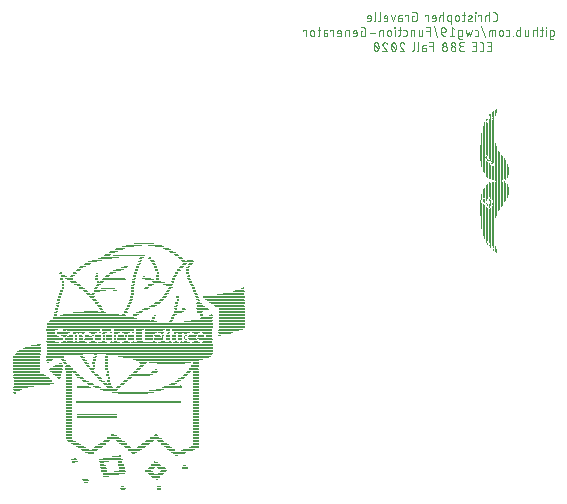
<source format=gbo>
G04 EAGLE Gerber RS-274X export*
G75*
%MOMM*%
%FSLAX34Y34*%
%LPD*%
%INSilkscreen Bottom*%
%IPPOS*%
%AMOC8*
5,1,8,0,0,1.08239X$1,22.5*%
G01*
%ADD10C,0.076200*%
%ADD11R,0.084581X1.356363*%
%ADD12R,0.084581X1.437638*%
%ADD13R,0.084581X1.864363*%
%ADD14R,0.084581X0.932181*%
%ADD15R,0.084581X0.591819*%
%ADD16R,0.084581X2.199638*%
%ADD17R,0.084838X2.199638*%
%ADD18R,0.084838X1.186181*%
%ADD19R,0.084838X0.762000*%
%ADD20R,0.084838X0.170181*%
%ADD21R,0.084838X2.540000*%
%ADD22R,0.084581X3.893819*%
%ADD23R,0.084581X0.762000*%
%ADD24R,0.084581X0.254000*%
%ADD25R,0.084581X2.710181*%
%ADD26R,0.084581X2.964181*%
%ADD27R,0.084581X1.270000*%
%ADD28R,0.084581X0.845819*%
%ADD29R,0.084581X0.340363*%
%ADD30R,0.084581X2.880362*%
%ADD31R,0.084838X3.048000*%
%ADD32R,0.084838X0.083819*%
%ADD33R,0.084838X1.356363*%
%ADD34R,0.084838X0.932181*%
%ADD35R,0.084838X0.508000*%
%ADD36R,0.084838X2.961638*%
%ADD37R,0.084581X0.167637*%
%ADD38R,0.084581X2.794000*%
%ADD39R,0.084581X1.353819*%
%ADD40R,0.084581X0.083819*%
%ADD41R,0.084581X0.170181*%
%ADD42R,0.084581X0.086363*%
%ADD43R,0.084838X0.337819*%
%ADD44R,0.084838X1.270000*%
%ADD45R,0.084838X1.102363*%
%ADD46R,0.084838X3.556000*%
%ADD47R,0.084581X0.337819*%
%ADD48R,0.084581X2.961638*%
%ADD49R,0.084581X0.594363*%
%ADD50R,0.084581X3.302000*%
%ADD51R,0.084581X1.186181*%
%ADD52R,0.084581X3.218181*%
%ADD53R,0.084838X0.167637*%
%ADD54R,0.084838X0.421637*%
%ADD55R,0.084838X3.302000*%
%ADD56R,0.084838X1.524000*%
%ADD57R,0.084838X0.424181*%
%ADD58R,0.084581X3.472181*%
%ADD59R,0.084581X1.607819*%
%ADD60R,0.084581X3.469638*%
%ADD61R,0.084581X4.401819*%
%ADD62R,0.084581X5.588000*%
%ADD63R,0.084838X0.845819*%
%ADD64R,0.084838X2.202181*%
%ADD65R,0.084838X0.591819*%
%ADD66R,0.084581X0.508000*%
%ADD67R,0.084581X3.215638*%
%ADD68R,0.084581X3.131819*%
%ADD69R,0.084581X5.925819*%
%ADD70R,0.084838X0.254000*%
%ADD71R,0.084838X5.504181*%
%ADD72R,0.084581X5.080000*%
%ADD73R,0.084581X4.909819*%
%ADD74R,0.084838X2.286000*%
%ADD75R,0.084581X1.948181*%
%ADD76R,0.084581X2.032000*%
%ADD77R,0.084838X1.861819*%
%ADD78R,0.084581X1.778000*%
%ADD79R,0.084581X1.694181*%
%ADD80R,0.084838X1.440181*%
%ADD81R,0.084581X1.183638*%
%ADD82R,0.084581X0.675638*%
%ADD83R,0.084581X0.678181*%
%ADD84R,0.170181X0.084838*%
%ADD85R,0.337819X0.084581*%
%ADD86R,0.421637X0.084581*%
%ADD87R,0.508000X0.084581*%
%ADD88R,0.421637X0.084838*%
%ADD89R,0.254000X0.084581*%
%ADD90R,0.340363X0.084581*%
%ADD91R,0.424181X0.084838*%
%ADD92R,0.424181X0.084581*%
%ADD93R,0.170181X0.084581*%
%ADD94R,0.086363X0.084838*%
%ADD95R,0.337819X0.084838*%
%ADD96R,0.594363X0.084581*%
%ADD97R,0.762000X0.084581*%
%ADD98R,0.929638X0.084838*%
%ADD99R,1.437638X0.084581*%
%ADD100R,1.186181X0.084581*%
%ADD101R,1.861819X0.084581*%
%ADD102R,0.591819X0.084581*%
%ADD103R,1.437638X0.084838*%
%ADD104R,0.678181X0.084838*%
%ADD105R,0.508000X0.084838*%
%ADD106R,1.016000X0.084581*%
%ADD107R,0.675638X0.084581*%
%ADD108R,0.591819X0.084838*%
%ADD109R,0.675638X0.084838*%
%ADD110R,1.102363X0.084838*%
%ADD111R,0.929638X0.084581*%
%ADD112R,0.848363X0.084581*%
%ADD113R,0.083819X0.084581*%
%ADD114R,1.270000X0.084838*%
%ADD115R,2.032000X0.084581*%
%ADD116R,1.607819X0.084581*%
%ADD117R,1.186181X0.084838*%
%ADD118R,0.254000X0.084838*%
%ADD119R,1.270000X0.084581*%
%ADD120R,1.016000X0.084838*%
%ADD121R,0.762000X0.084838*%
%ADD122R,1.610363X0.084838*%
%ADD123R,0.932181X0.084581*%
%ADD124R,0.678181X0.084581*%
%ADD125R,0.594363X0.084838*%
%ADD126R,3.385819X0.084581*%
%ADD127R,3.385819X0.084838*%
%ADD128R,8.890000X0.084838*%
%ADD129R,8.890000X0.084581*%
%ADD130R,8.806181X0.084838*%
%ADD131R,2.456181X0.084581*%
%ADD132R,3.556000X0.084581*%
%ADD133R,1.524000X0.084838*%
%ADD134R,1.440181X0.084838*%
%ADD135R,1.183638X0.084581*%
%ADD136R,1.524000X0.084581*%
%ADD137R,1.353819X0.084838*%
%ADD138R,0.932181X0.084838*%
%ADD139R,1.948181X0.084838*%
%ADD140R,1.694181X0.084581*%
%ADD141R,1.099819X0.084581*%
%ADD142R,1.440181X0.084581*%
%ADD143R,2.202181X0.084838*%
%ADD144R,0.083819X0.084838*%
%ADD145R,3.131819X0.084581*%
%ADD146R,3.302000X0.084838*%
%ADD147R,0.340363X0.084838*%
%ADD148R,0.167637X0.084838*%
%ADD149R,3.218181X0.084581*%
%ADD150R,3.131819X0.084838*%
%ADD151R,3.048000X0.084581*%
%ADD152R,0.167637X0.084581*%
%ADD153R,2.964181X0.084581*%
%ADD154R,2.877819X0.084838*%
%ADD155R,2.794000X0.084581*%
%ADD156R,1.778000X0.084581*%
%ADD157R,2.623819X0.084581*%
%ADD158R,2.369819X0.084838*%
%ADD159R,2.286000X0.084581*%
%ADD160R,0.845819X0.084581*%
%ADD161R,2.286000X0.084838*%
%ADD162R,1.099819X0.084838*%
%ADD163R,0.086363X0.084581*%
%ADD164R,2.369819X0.084581*%
%ADD165R,3.472181X0.084581*%
%ADD166R,4.742181X0.084838*%
%ADD167R,5.334000X0.084581*%
%ADD168R,5.925819X0.084581*%
%ADD169R,0.845819X0.084838*%
%ADD170R,6.604000X0.084838*%
%ADD171R,7.282181X0.084581*%
%ADD172R,7.874000X0.084581*%
%ADD173R,1.778000X0.084838*%
%ADD174R,8.465819X0.084838*%
%ADD175R,2.202181X0.084581*%
%ADD176R,9.057638X0.084581*%
%ADD177R,2.115819X0.084581*%
%ADD178R,14.053819X0.084581*%
%ADD179R,2.032000X0.084838*%
%ADD180R,14.053819X0.084838*%
%ADD181R,1.948181X0.084581*%
%ADD182R,1.694181X0.084838*%
%ADD183R,1.353819X0.084581*%
%ADD184R,2.199638X0.084581*%
%ADD185R,2.118362X0.084581*%
%ADD186R,1.356363X0.084581*%
%ADD187R,2.794000X0.084838*%
%ADD188R,1.607819X0.084838*%
%ADD189R,3.469638X0.084838*%
%ADD190R,3.469638X0.084581*%
%ADD191R,1.691638X0.084581*%
%ADD192R,13.970000X0.084838*%
%ADD193R,9.227819X0.084581*%
%ADD194R,2.453638X0.084581*%
%ADD195R,8.465819X0.084581*%
%ADD196R,7.787638X0.084838*%
%ADD197R,7.195819X0.084581*%
%ADD198R,6.858000X0.084581*%
%ADD199R,6.263638X0.084838*%
%ADD200R,5.588000X0.084581*%
%ADD201R,4.742181X0.084581*%
%ADD202R,3.977638X0.084838*%
%ADD203R,2.877819X0.084581*%
%ADD204R,3.302000X0.084581*%
%ADD205R,3.556000X0.084838*%
%ADD206R,1.861819X0.084838*%
%ADD207R,1.102363X0.084581*%
%ADD208R,0.848363X0.084838*%
%ADD209R,1.945638X0.084581*%
%ADD210R,2.710181X0.084581*%
%ADD211R,2.453638X0.084838*%
%ADD212R,1.610363X0.084581*%


D10*
X456085Y488061D02*
X457722Y488061D01*
X457800Y488063D01*
X457878Y488068D01*
X457955Y488078D01*
X458032Y488091D01*
X458108Y488107D01*
X458183Y488127D01*
X458257Y488151D01*
X458330Y488178D01*
X458402Y488209D01*
X458472Y488243D01*
X458541Y488280D01*
X458607Y488321D01*
X458672Y488365D01*
X458734Y488411D01*
X458794Y488461D01*
X458852Y488513D01*
X458907Y488568D01*
X458959Y488626D01*
X459009Y488686D01*
X459055Y488748D01*
X459099Y488813D01*
X459140Y488880D01*
X459177Y488948D01*
X459211Y489018D01*
X459242Y489090D01*
X459269Y489163D01*
X459293Y489237D01*
X459313Y489312D01*
X459329Y489388D01*
X459342Y489465D01*
X459352Y489542D01*
X459357Y489620D01*
X459359Y489698D01*
X459359Y493790D01*
X459357Y493868D01*
X459352Y493946D01*
X459342Y494023D01*
X459329Y494100D01*
X459313Y494176D01*
X459293Y494251D01*
X459269Y494325D01*
X459242Y494398D01*
X459211Y494470D01*
X459177Y494540D01*
X459140Y494609D01*
X459099Y494675D01*
X459055Y494740D01*
X459009Y494802D01*
X458959Y494862D01*
X458907Y494920D01*
X458852Y494975D01*
X458794Y495027D01*
X458734Y495077D01*
X458672Y495123D01*
X458607Y495167D01*
X458541Y495208D01*
X458472Y495245D01*
X458402Y495279D01*
X458330Y495310D01*
X458257Y495337D01*
X458183Y495361D01*
X458108Y495381D01*
X458032Y495397D01*
X457955Y495410D01*
X457878Y495420D01*
X457800Y495425D01*
X457722Y495427D01*
X456085Y495427D01*
X453075Y495427D02*
X453075Y488061D01*
X453075Y492972D02*
X451028Y492972D01*
X450959Y492970D01*
X450891Y492964D01*
X450822Y492955D01*
X450755Y492941D01*
X450688Y492924D01*
X450622Y492903D01*
X450558Y492879D01*
X450495Y492850D01*
X450434Y492819D01*
X450375Y492784D01*
X450317Y492746D01*
X450262Y492704D01*
X450210Y492660D01*
X450160Y492612D01*
X450112Y492562D01*
X450068Y492510D01*
X450027Y492455D01*
X449988Y492397D01*
X449953Y492338D01*
X449922Y492277D01*
X449893Y492214D01*
X449869Y492150D01*
X449848Y492084D01*
X449831Y492017D01*
X449817Y491950D01*
X449808Y491882D01*
X449802Y491813D01*
X449800Y491744D01*
X449801Y491744D02*
X449801Y488061D01*
X446201Y488061D02*
X446201Y492972D01*
X443746Y492972D01*
X443746Y492153D01*
X441440Y492972D02*
X441440Y488061D01*
X441645Y495018D02*
X441645Y495427D01*
X441236Y495427D01*
X441236Y495018D01*
X441645Y495018D01*
X437830Y490926D02*
X435784Y490107D01*
X437830Y490926D02*
X437889Y490951D01*
X437946Y490980D01*
X438001Y491013D01*
X438054Y491049D01*
X438105Y491087D01*
X438153Y491129D01*
X438199Y491174D01*
X438242Y491221D01*
X438282Y491271D01*
X438319Y491323D01*
X438353Y491378D01*
X438384Y491434D01*
X438411Y491492D01*
X438434Y491552D01*
X438454Y491612D01*
X438470Y491674D01*
X438483Y491737D01*
X438491Y491801D01*
X438496Y491864D01*
X438497Y491928D01*
X438494Y491992D01*
X438487Y492056D01*
X438476Y492119D01*
X438462Y492181D01*
X438444Y492243D01*
X438422Y492303D01*
X438397Y492362D01*
X438368Y492419D01*
X438335Y492474D01*
X438300Y492527D01*
X438261Y492578D01*
X438219Y492627D01*
X438175Y492673D01*
X438127Y492716D01*
X438078Y492756D01*
X438025Y492793D01*
X437971Y492827D01*
X437915Y492858D01*
X437857Y492885D01*
X437798Y492909D01*
X437737Y492928D01*
X437675Y492945D01*
X437612Y492957D01*
X437549Y492966D01*
X437485Y492971D01*
X437421Y492972D01*
X437422Y492972D02*
X437286Y492968D01*
X437151Y492960D01*
X437015Y492948D01*
X436881Y492932D01*
X436746Y492912D01*
X436613Y492889D01*
X436480Y492861D01*
X436348Y492830D01*
X436217Y492795D01*
X436087Y492756D01*
X435958Y492713D01*
X435831Y492666D01*
X435705Y492616D01*
X435580Y492562D01*
X435784Y490107D02*
X435725Y490082D01*
X435668Y490053D01*
X435613Y490020D01*
X435560Y489984D01*
X435509Y489946D01*
X435461Y489904D01*
X435415Y489859D01*
X435372Y489812D01*
X435332Y489762D01*
X435295Y489710D01*
X435261Y489655D01*
X435230Y489599D01*
X435203Y489541D01*
X435180Y489481D01*
X435160Y489421D01*
X435144Y489359D01*
X435131Y489296D01*
X435123Y489232D01*
X435118Y489169D01*
X435117Y489105D01*
X435120Y489041D01*
X435127Y488977D01*
X435138Y488914D01*
X435152Y488852D01*
X435170Y488790D01*
X435192Y488730D01*
X435217Y488671D01*
X435246Y488614D01*
X435279Y488559D01*
X435314Y488506D01*
X435353Y488455D01*
X435395Y488406D01*
X435439Y488360D01*
X435487Y488317D01*
X435536Y488277D01*
X435589Y488240D01*
X435643Y488206D01*
X435699Y488175D01*
X435757Y488148D01*
X435816Y488124D01*
X435877Y488105D01*
X435939Y488088D01*
X436002Y488076D01*
X436065Y488067D01*
X436129Y488062D01*
X436193Y488061D01*
X436357Y488065D01*
X436521Y488073D01*
X436685Y488085D01*
X436848Y488101D01*
X437011Y488121D01*
X437174Y488144D01*
X437335Y488172D01*
X437497Y488203D01*
X437657Y488238D01*
X437816Y488277D01*
X437975Y488320D01*
X438132Y488366D01*
X438289Y488416D01*
X438444Y488470D01*
X432735Y492972D02*
X430280Y492972D01*
X431916Y495427D02*
X431916Y489289D01*
X431917Y489289D02*
X431915Y489220D01*
X431909Y489152D01*
X431900Y489083D01*
X431886Y489016D01*
X431869Y488949D01*
X431848Y488883D01*
X431824Y488819D01*
X431795Y488756D01*
X431764Y488695D01*
X431729Y488636D01*
X431691Y488578D01*
X431649Y488523D01*
X431605Y488471D01*
X431557Y488421D01*
X431507Y488373D01*
X431455Y488329D01*
X431400Y488288D01*
X431342Y488249D01*
X431283Y488214D01*
X431222Y488183D01*
X431159Y488154D01*
X431095Y488130D01*
X431029Y488109D01*
X430962Y488092D01*
X430895Y488078D01*
X430827Y488069D01*
X430758Y488063D01*
X430689Y488061D01*
X430280Y488061D01*
X427472Y489698D02*
X427472Y491335D01*
X427470Y491414D01*
X427464Y491493D01*
X427455Y491572D01*
X427442Y491650D01*
X427424Y491727D01*
X427404Y491803D01*
X427379Y491878D01*
X427351Y491952D01*
X427320Y492025D01*
X427284Y492096D01*
X427246Y492165D01*
X427204Y492232D01*
X427159Y492297D01*
X427111Y492360D01*
X427060Y492421D01*
X427006Y492478D01*
X426950Y492534D01*
X426891Y492586D01*
X426829Y492636D01*
X426765Y492682D01*
X426699Y492726D01*
X426631Y492766D01*
X426561Y492802D01*
X426489Y492836D01*
X426415Y492866D01*
X426341Y492892D01*
X426265Y492915D01*
X426188Y492933D01*
X426111Y492949D01*
X426032Y492960D01*
X425954Y492968D01*
X425875Y492972D01*
X425795Y492972D01*
X425716Y492968D01*
X425638Y492960D01*
X425559Y492949D01*
X425482Y492933D01*
X425405Y492915D01*
X425329Y492892D01*
X425255Y492866D01*
X425181Y492836D01*
X425109Y492802D01*
X425039Y492766D01*
X424971Y492726D01*
X424905Y492682D01*
X424841Y492636D01*
X424779Y492586D01*
X424720Y492534D01*
X424664Y492478D01*
X424610Y492421D01*
X424559Y492360D01*
X424511Y492297D01*
X424466Y492232D01*
X424424Y492165D01*
X424386Y492096D01*
X424350Y492025D01*
X424319Y491952D01*
X424291Y491878D01*
X424266Y491803D01*
X424246Y491727D01*
X424228Y491650D01*
X424215Y491572D01*
X424206Y491493D01*
X424200Y491414D01*
X424198Y491335D01*
X424198Y489698D01*
X424200Y489619D01*
X424206Y489540D01*
X424215Y489461D01*
X424228Y489383D01*
X424246Y489306D01*
X424266Y489230D01*
X424291Y489155D01*
X424319Y489081D01*
X424350Y489008D01*
X424386Y488937D01*
X424424Y488868D01*
X424466Y488801D01*
X424511Y488736D01*
X424559Y488673D01*
X424610Y488612D01*
X424664Y488555D01*
X424720Y488499D01*
X424779Y488447D01*
X424841Y488397D01*
X424905Y488351D01*
X424971Y488307D01*
X425039Y488267D01*
X425109Y488231D01*
X425181Y488197D01*
X425255Y488167D01*
X425329Y488141D01*
X425405Y488118D01*
X425482Y488100D01*
X425559Y488084D01*
X425638Y488073D01*
X425716Y488065D01*
X425795Y488061D01*
X425875Y488061D01*
X425954Y488065D01*
X426032Y488073D01*
X426111Y488084D01*
X426188Y488100D01*
X426265Y488118D01*
X426341Y488141D01*
X426415Y488167D01*
X426489Y488197D01*
X426561Y488231D01*
X426631Y488267D01*
X426699Y488307D01*
X426765Y488351D01*
X426829Y488397D01*
X426891Y488447D01*
X426950Y488499D01*
X427006Y488555D01*
X427060Y488612D01*
X427111Y488673D01*
X427159Y488736D01*
X427204Y488801D01*
X427246Y488868D01*
X427284Y488937D01*
X427320Y489008D01*
X427351Y489081D01*
X427379Y489155D01*
X427404Y489230D01*
X427424Y489306D01*
X427442Y489383D01*
X427455Y489461D01*
X427464Y489540D01*
X427470Y489619D01*
X427472Y489698D01*
X420847Y492972D02*
X420847Y485606D01*
X420847Y492972D02*
X418801Y492972D01*
X418732Y492970D01*
X418664Y492964D01*
X418595Y492955D01*
X418528Y492941D01*
X418461Y492924D01*
X418395Y492903D01*
X418331Y492879D01*
X418268Y492850D01*
X418207Y492819D01*
X418148Y492784D01*
X418090Y492746D01*
X418035Y492704D01*
X417983Y492660D01*
X417933Y492612D01*
X417885Y492562D01*
X417841Y492510D01*
X417800Y492455D01*
X417761Y492397D01*
X417726Y492338D01*
X417695Y492277D01*
X417666Y492214D01*
X417642Y492150D01*
X417621Y492084D01*
X417604Y492017D01*
X417590Y491950D01*
X417581Y491882D01*
X417575Y491813D01*
X417573Y491744D01*
X417573Y489289D01*
X417575Y489220D01*
X417581Y489152D01*
X417590Y489083D01*
X417604Y489016D01*
X417621Y488949D01*
X417642Y488883D01*
X417666Y488819D01*
X417695Y488756D01*
X417726Y488695D01*
X417761Y488636D01*
X417799Y488578D01*
X417841Y488523D01*
X417885Y488471D01*
X417933Y488421D01*
X417983Y488373D01*
X418035Y488329D01*
X418090Y488287D01*
X418148Y488249D01*
X418207Y488214D01*
X418268Y488183D01*
X418331Y488154D01*
X418395Y488130D01*
X418461Y488109D01*
X418528Y488092D01*
X418595Y488078D01*
X418664Y488069D01*
X418732Y488063D01*
X418801Y488061D01*
X420847Y488061D01*
X414304Y488061D02*
X414304Y495427D01*
X414304Y492972D02*
X412258Y492972D01*
X412189Y492970D01*
X412121Y492964D01*
X412052Y492955D01*
X411985Y492941D01*
X411918Y492924D01*
X411852Y492903D01*
X411788Y492879D01*
X411725Y492850D01*
X411664Y492819D01*
X411605Y492784D01*
X411547Y492746D01*
X411492Y492704D01*
X411440Y492660D01*
X411390Y492612D01*
X411342Y492562D01*
X411298Y492510D01*
X411257Y492455D01*
X411218Y492397D01*
X411183Y492338D01*
X411152Y492277D01*
X411123Y492214D01*
X411099Y492150D01*
X411078Y492084D01*
X411061Y492017D01*
X411047Y491950D01*
X411038Y491882D01*
X411032Y491813D01*
X411030Y491744D01*
X411031Y491744D02*
X411031Y488061D01*
X406493Y488061D02*
X404447Y488061D01*
X406493Y488061D02*
X406562Y488063D01*
X406630Y488069D01*
X406699Y488078D01*
X406766Y488092D01*
X406833Y488109D01*
X406899Y488130D01*
X406963Y488154D01*
X407026Y488183D01*
X407087Y488214D01*
X407146Y488249D01*
X407204Y488287D01*
X407259Y488329D01*
X407311Y488373D01*
X407361Y488421D01*
X407409Y488471D01*
X407453Y488523D01*
X407495Y488578D01*
X407533Y488636D01*
X407568Y488695D01*
X407599Y488756D01*
X407628Y488819D01*
X407652Y488883D01*
X407673Y488949D01*
X407690Y489016D01*
X407704Y489083D01*
X407713Y489152D01*
X407719Y489220D01*
X407721Y489289D01*
X407721Y491335D01*
X407719Y491414D01*
X407713Y491493D01*
X407704Y491572D01*
X407691Y491650D01*
X407673Y491727D01*
X407653Y491803D01*
X407628Y491878D01*
X407600Y491952D01*
X407569Y492025D01*
X407533Y492096D01*
X407495Y492165D01*
X407453Y492232D01*
X407408Y492297D01*
X407360Y492360D01*
X407309Y492421D01*
X407255Y492478D01*
X407199Y492534D01*
X407140Y492586D01*
X407078Y492636D01*
X407014Y492682D01*
X406948Y492726D01*
X406880Y492766D01*
X406810Y492802D01*
X406738Y492836D01*
X406664Y492866D01*
X406590Y492892D01*
X406514Y492915D01*
X406437Y492933D01*
X406360Y492949D01*
X406281Y492960D01*
X406203Y492968D01*
X406124Y492972D01*
X406044Y492972D01*
X405965Y492968D01*
X405887Y492960D01*
X405808Y492949D01*
X405731Y492933D01*
X405654Y492915D01*
X405578Y492892D01*
X405504Y492866D01*
X405430Y492836D01*
X405358Y492802D01*
X405288Y492766D01*
X405220Y492726D01*
X405154Y492682D01*
X405090Y492636D01*
X405028Y492586D01*
X404969Y492534D01*
X404913Y492478D01*
X404859Y492421D01*
X404808Y492360D01*
X404760Y492297D01*
X404715Y492232D01*
X404673Y492165D01*
X404635Y492096D01*
X404599Y492025D01*
X404568Y491952D01*
X404540Y491878D01*
X404515Y491803D01*
X404495Y491727D01*
X404477Y491650D01*
X404464Y491572D01*
X404455Y491493D01*
X404449Y491414D01*
X404447Y491335D01*
X404447Y490516D01*
X407721Y490516D01*
X401091Y488061D02*
X401091Y492972D01*
X398636Y492972D01*
X398636Y492153D01*
X389172Y492153D02*
X387944Y492153D01*
X387944Y488061D01*
X390400Y488061D01*
X390478Y488063D01*
X390556Y488068D01*
X390633Y488078D01*
X390710Y488091D01*
X390786Y488107D01*
X390861Y488127D01*
X390935Y488151D01*
X391008Y488178D01*
X391080Y488209D01*
X391150Y488243D01*
X391219Y488280D01*
X391285Y488321D01*
X391350Y488365D01*
X391412Y488411D01*
X391472Y488461D01*
X391530Y488513D01*
X391585Y488568D01*
X391637Y488626D01*
X391687Y488686D01*
X391733Y488748D01*
X391777Y488813D01*
X391818Y488880D01*
X391855Y488948D01*
X391889Y489018D01*
X391920Y489090D01*
X391947Y489163D01*
X391971Y489237D01*
X391991Y489312D01*
X392007Y489388D01*
X392020Y489465D01*
X392030Y489542D01*
X392035Y489620D01*
X392037Y489698D01*
X392036Y489698D02*
X392036Y493790D01*
X392037Y493790D02*
X392035Y493868D01*
X392030Y493946D01*
X392020Y494023D01*
X392007Y494100D01*
X391991Y494176D01*
X391971Y494251D01*
X391947Y494325D01*
X391920Y494398D01*
X391889Y494470D01*
X391855Y494540D01*
X391818Y494609D01*
X391777Y494675D01*
X391733Y494740D01*
X391687Y494802D01*
X391637Y494862D01*
X391585Y494920D01*
X391530Y494975D01*
X391472Y495027D01*
X391412Y495077D01*
X391350Y495123D01*
X391285Y495167D01*
X391219Y495208D01*
X391150Y495245D01*
X391080Y495279D01*
X391008Y495310D01*
X390935Y495337D01*
X390861Y495361D01*
X390786Y495381D01*
X390710Y495397D01*
X390633Y495410D01*
X390556Y495420D01*
X390478Y495425D01*
X390400Y495427D01*
X387944Y495427D01*
X384266Y492972D02*
X384266Y488061D01*
X384266Y492972D02*
X381811Y492972D01*
X381811Y492153D01*
X378044Y490926D02*
X376203Y490926D01*
X378044Y490925D02*
X378119Y490923D01*
X378194Y490917D01*
X378268Y490907D01*
X378342Y490894D01*
X378415Y490876D01*
X378487Y490855D01*
X378557Y490830D01*
X378626Y490801D01*
X378694Y490769D01*
X378760Y490733D01*
X378824Y490694D01*
X378886Y490652D01*
X378945Y490606D01*
X379002Y490557D01*
X379057Y490506D01*
X379108Y490451D01*
X379157Y490394D01*
X379203Y490335D01*
X379245Y490273D01*
X379284Y490209D01*
X379320Y490143D01*
X379352Y490075D01*
X379381Y490006D01*
X379406Y489936D01*
X379427Y489864D01*
X379445Y489791D01*
X379458Y489717D01*
X379468Y489643D01*
X379474Y489568D01*
X379476Y489493D01*
X379474Y489418D01*
X379468Y489343D01*
X379458Y489269D01*
X379445Y489195D01*
X379427Y489122D01*
X379406Y489050D01*
X379381Y488980D01*
X379352Y488911D01*
X379320Y488843D01*
X379284Y488777D01*
X379245Y488713D01*
X379203Y488651D01*
X379157Y488592D01*
X379108Y488535D01*
X379057Y488480D01*
X379002Y488429D01*
X378945Y488380D01*
X378886Y488334D01*
X378824Y488292D01*
X378760Y488253D01*
X378694Y488217D01*
X378626Y488185D01*
X378557Y488156D01*
X378487Y488131D01*
X378415Y488110D01*
X378342Y488092D01*
X378268Y488079D01*
X378194Y488069D01*
X378119Y488063D01*
X378044Y488061D01*
X376203Y488061D01*
X376203Y491744D01*
X376202Y491744D02*
X376204Y491813D01*
X376210Y491881D01*
X376219Y491950D01*
X376233Y492017D01*
X376250Y492084D01*
X376271Y492150D01*
X376295Y492214D01*
X376324Y492277D01*
X376355Y492338D01*
X376390Y492397D01*
X376428Y492455D01*
X376470Y492510D01*
X376514Y492562D01*
X376562Y492612D01*
X376612Y492660D01*
X376664Y492704D01*
X376719Y492746D01*
X376777Y492784D01*
X376836Y492819D01*
X376897Y492850D01*
X376960Y492879D01*
X377024Y492903D01*
X377090Y492924D01*
X377157Y492941D01*
X377224Y492955D01*
X377293Y492964D01*
X377361Y492970D01*
X377430Y492972D01*
X379067Y492972D01*
X373096Y492972D02*
X371459Y488061D01*
X369822Y492972D01*
X365772Y488061D02*
X363726Y488061D01*
X365772Y488061D02*
X365841Y488063D01*
X365909Y488069D01*
X365978Y488078D01*
X366045Y488092D01*
X366112Y488109D01*
X366178Y488130D01*
X366242Y488154D01*
X366305Y488183D01*
X366366Y488214D01*
X366425Y488249D01*
X366483Y488287D01*
X366538Y488329D01*
X366590Y488373D01*
X366640Y488421D01*
X366688Y488471D01*
X366732Y488523D01*
X366774Y488578D01*
X366812Y488636D01*
X366847Y488695D01*
X366878Y488756D01*
X366907Y488819D01*
X366931Y488883D01*
X366952Y488949D01*
X366969Y489016D01*
X366983Y489083D01*
X366992Y489152D01*
X366998Y489220D01*
X367000Y489289D01*
X367000Y491335D01*
X366998Y491414D01*
X366992Y491493D01*
X366983Y491572D01*
X366970Y491650D01*
X366952Y491727D01*
X366932Y491803D01*
X366907Y491878D01*
X366879Y491952D01*
X366848Y492025D01*
X366812Y492096D01*
X366774Y492165D01*
X366732Y492232D01*
X366687Y492297D01*
X366639Y492360D01*
X366588Y492421D01*
X366534Y492478D01*
X366478Y492534D01*
X366419Y492586D01*
X366357Y492636D01*
X366293Y492682D01*
X366227Y492726D01*
X366159Y492766D01*
X366089Y492802D01*
X366017Y492836D01*
X365943Y492866D01*
X365869Y492892D01*
X365793Y492915D01*
X365716Y492933D01*
X365639Y492949D01*
X365560Y492960D01*
X365482Y492968D01*
X365403Y492972D01*
X365323Y492972D01*
X365244Y492968D01*
X365166Y492960D01*
X365087Y492949D01*
X365010Y492933D01*
X364933Y492915D01*
X364857Y492892D01*
X364783Y492866D01*
X364709Y492836D01*
X364637Y492802D01*
X364567Y492766D01*
X364499Y492726D01*
X364433Y492682D01*
X364369Y492636D01*
X364307Y492586D01*
X364248Y492534D01*
X364192Y492478D01*
X364138Y492421D01*
X364087Y492360D01*
X364039Y492297D01*
X363994Y492232D01*
X363952Y492165D01*
X363914Y492096D01*
X363878Y492025D01*
X363847Y491952D01*
X363819Y491878D01*
X363794Y491803D01*
X363774Y491727D01*
X363756Y491650D01*
X363743Y491572D01*
X363734Y491493D01*
X363728Y491414D01*
X363726Y491335D01*
X363726Y490516D01*
X367000Y490516D01*
X360577Y489289D02*
X360577Y495427D01*
X360577Y489289D02*
X360575Y489220D01*
X360569Y489152D01*
X360560Y489083D01*
X360546Y489016D01*
X360529Y488949D01*
X360508Y488883D01*
X360484Y488819D01*
X360455Y488756D01*
X360424Y488695D01*
X360389Y488636D01*
X360351Y488578D01*
X360309Y488523D01*
X360265Y488471D01*
X360217Y488421D01*
X360167Y488373D01*
X360115Y488329D01*
X360060Y488288D01*
X360002Y488249D01*
X359943Y488214D01*
X359882Y488183D01*
X359819Y488154D01*
X359755Y488130D01*
X359689Y488109D01*
X359622Y488092D01*
X359555Y488078D01*
X359487Y488069D01*
X359418Y488063D01*
X359349Y488061D01*
X356675Y489289D02*
X356675Y495427D01*
X356676Y489289D02*
X356674Y489220D01*
X356668Y489152D01*
X356659Y489083D01*
X356645Y489016D01*
X356628Y488949D01*
X356607Y488883D01*
X356583Y488819D01*
X356554Y488756D01*
X356523Y488695D01*
X356488Y488636D01*
X356450Y488578D01*
X356408Y488523D01*
X356364Y488471D01*
X356316Y488421D01*
X356266Y488373D01*
X356214Y488329D01*
X356159Y488288D01*
X356101Y488249D01*
X356042Y488214D01*
X355981Y488183D01*
X355918Y488154D01*
X355854Y488130D01*
X355788Y488109D01*
X355721Y488092D01*
X355654Y488078D01*
X355586Y488069D01*
X355517Y488063D01*
X355448Y488061D01*
X351629Y488061D02*
X349583Y488061D01*
X351629Y488061D02*
X351698Y488063D01*
X351766Y488069D01*
X351835Y488078D01*
X351902Y488092D01*
X351969Y488109D01*
X352035Y488130D01*
X352099Y488154D01*
X352162Y488183D01*
X352223Y488214D01*
X352282Y488249D01*
X352340Y488287D01*
X352395Y488329D01*
X352447Y488373D01*
X352497Y488421D01*
X352545Y488471D01*
X352589Y488523D01*
X352631Y488578D01*
X352669Y488636D01*
X352704Y488695D01*
X352735Y488756D01*
X352764Y488819D01*
X352788Y488883D01*
X352809Y488949D01*
X352826Y489016D01*
X352840Y489083D01*
X352849Y489152D01*
X352855Y489220D01*
X352857Y489289D01*
X352857Y491335D01*
X352855Y491414D01*
X352849Y491493D01*
X352840Y491572D01*
X352827Y491650D01*
X352809Y491727D01*
X352789Y491803D01*
X352764Y491878D01*
X352736Y491952D01*
X352705Y492025D01*
X352669Y492096D01*
X352631Y492165D01*
X352589Y492232D01*
X352544Y492297D01*
X352496Y492360D01*
X352445Y492421D01*
X352391Y492478D01*
X352335Y492534D01*
X352276Y492586D01*
X352214Y492636D01*
X352150Y492682D01*
X352084Y492726D01*
X352016Y492766D01*
X351946Y492802D01*
X351874Y492836D01*
X351800Y492866D01*
X351726Y492892D01*
X351650Y492915D01*
X351573Y492933D01*
X351496Y492949D01*
X351417Y492960D01*
X351339Y492968D01*
X351260Y492972D01*
X351180Y492972D01*
X351101Y492968D01*
X351023Y492960D01*
X350944Y492949D01*
X350867Y492933D01*
X350790Y492915D01*
X350714Y492892D01*
X350640Y492866D01*
X350566Y492836D01*
X350494Y492802D01*
X350424Y492766D01*
X350356Y492726D01*
X350290Y492682D01*
X350226Y492636D01*
X350164Y492586D01*
X350105Y492534D01*
X350049Y492478D01*
X349995Y492421D01*
X349944Y492360D01*
X349896Y492297D01*
X349851Y492232D01*
X349809Y492165D01*
X349771Y492096D01*
X349735Y492025D01*
X349704Y491952D01*
X349676Y491878D01*
X349651Y491803D01*
X349631Y491727D01*
X349613Y491650D01*
X349600Y491572D01*
X349591Y491493D01*
X349585Y491414D01*
X349583Y491335D01*
X349583Y490516D01*
X352857Y490516D01*
X504345Y475361D02*
X506391Y475361D01*
X506460Y475363D01*
X506528Y475369D01*
X506597Y475378D01*
X506664Y475392D01*
X506731Y475409D01*
X506797Y475430D01*
X506861Y475454D01*
X506924Y475483D01*
X506985Y475514D01*
X507044Y475549D01*
X507102Y475587D01*
X507157Y475629D01*
X507209Y475673D01*
X507259Y475721D01*
X507307Y475771D01*
X507351Y475823D01*
X507393Y475878D01*
X507431Y475936D01*
X507466Y475995D01*
X507497Y476056D01*
X507526Y476119D01*
X507550Y476183D01*
X507571Y476249D01*
X507588Y476316D01*
X507602Y476383D01*
X507611Y476452D01*
X507617Y476520D01*
X507619Y476589D01*
X507619Y479044D01*
X507617Y479113D01*
X507611Y479181D01*
X507602Y479250D01*
X507588Y479317D01*
X507571Y479384D01*
X507550Y479450D01*
X507526Y479514D01*
X507497Y479577D01*
X507466Y479638D01*
X507431Y479697D01*
X507393Y479755D01*
X507351Y479810D01*
X507307Y479862D01*
X507259Y479912D01*
X507209Y479960D01*
X507157Y480004D01*
X507102Y480046D01*
X507044Y480084D01*
X506985Y480119D01*
X506924Y480150D01*
X506861Y480179D01*
X506797Y480203D01*
X506731Y480224D01*
X506664Y480241D01*
X506597Y480255D01*
X506528Y480264D01*
X506460Y480270D01*
X506391Y480272D01*
X504345Y480272D01*
X504345Y474133D01*
X504347Y474064D01*
X504353Y473996D01*
X504362Y473927D01*
X504376Y473860D01*
X504393Y473793D01*
X504414Y473727D01*
X504438Y473663D01*
X504467Y473600D01*
X504498Y473539D01*
X504533Y473480D01*
X504571Y473422D01*
X504613Y473367D01*
X504657Y473315D01*
X504705Y473265D01*
X504755Y473217D01*
X504807Y473173D01*
X504862Y473131D01*
X504920Y473093D01*
X504979Y473058D01*
X505040Y473027D01*
X505103Y472998D01*
X505167Y472974D01*
X505233Y472953D01*
X505300Y472936D01*
X505367Y472922D01*
X505436Y472913D01*
X505504Y472907D01*
X505573Y472905D01*
X505573Y472906D02*
X507210Y472906D01*
X501064Y475361D02*
X501064Y480272D01*
X501269Y482318D02*
X501269Y482727D01*
X500860Y482727D01*
X500860Y482318D01*
X501269Y482318D01*
X498699Y480272D02*
X496243Y480272D01*
X497880Y482727D02*
X497880Y476589D01*
X497881Y476589D02*
X497879Y476520D01*
X497873Y476452D01*
X497864Y476383D01*
X497850Y476316D01*
X497833Y476249D01*
X497812Y476183D01*
X497788Y476119D01*
X497759Y476056D01*
X497728Y475995D01*
X497693Y475936D01*
X497655Y475878D01*
X497613Y475823D01*
X497569Y475771D01*
X497521Y475721D01*
X497471Y475673D01*
X497419Y475629D01*
X497364Y475588D01*
X497306Y475549D01*
X497247Y475514D01*
X497186Y475483D01*
X497123Y475454D01*
X497059Y475430D01*
X496993Y475409D01*
X496926Y475392D01*
X496859Y475378D01*
X496791Y475369D01*
X496722Y475363D01*
X496653Y475361D01*
X496243Y475361D01*
X493192Y475361D02*
X493192Y482727D01*
X493192Y480272D02*
X491146Y480272D01*
X491077Y480270D01*
X491009Y480264D01*
X490940Y480255D01*
X490873Y480241D01*
X490806Y480224D01*
X490740Y480203D01*
X490676Y480179D01*
X490613Y480150D01*
X490552Y480119D01*
X490493Y480084D01*
X490435Y480046D01*
X490380Y480004D01*
X490328Y479960D01*
X490278Y479912D01*
X490230Y479862D01*
X490186Y479810D01*
X490145Y479755D01*
X490106Y479697D01*
X490071Y479638D01*
X490040Y479577D01*
X490011Y479514D01*
X489987Y479450D01*
X489966Y479384D01*
X489949Y479317D01*
X489935Y479250D01*
X489926Y479182D01*
X489920Y479113D01*
X489918Y479044D01*
X489918Y475361D01*
X486364Y476589D02*
X486364Y480272D01*
X486364Y476589D02*
X486362Y476520D01*
X486356Y476452D01*
X486347Y476383D01*
X486333Y476316D01*
X486316Y476249D01*
X486295Y476183D01*
X486271Y476119D01*
X486242Y476056D01*
X486211Y475995D01*
X486176Y475936D01*
X486138Y475878D01*
X486096Y475823D01*
X486052Y475771D01*
X486004Y475721D01*
X485954Y475673D01*
X485902Y475629D01*
X485847Y475588D01*
X485789Y475549D01*
X485730Y475514D01*
X485669Y475483D01*
X485606Y475454D01*
X485542Y475430D01*
X485476Y475409D01*
X485409Y475392D01*
X485342Y475378D01*
X485274Y475369D01*
X485205Y475363D01*
X485136Y475361D01*
X483090Y475361D01*
X483090Y480272D01*
X479496Y482727D02*
X479496Y475361D01*
X477450Y475361D01*
X477381Y475363D01*
X477313Y475369D01*
X477244Y475378D01*
X477177Y475392D01*
X477110Y475409D01*
X477044Y475430D01*
X476980Y475454D01*
X476917Y475483D01*
X476856Y475514D01*
X476797Y475549D01*
X476739Y475587D01*
X476684Y475629D01*
X476632Y475673D01*
X476582Y475721D01*
X476534Y475771D01*
X476490Y475823D01*
X476448Y475878D01*
X476410Y475936D01*
X476375Y475995D01*
X476344Y476056D01*
X476315Y476119D01*
X476291Y476183D01*
X476270Y476249D01*
X476253Y476316D01*
X476239Y476383D01*
X476230Y476452D01*
X476224Y476520D01*
X476222Y476589D01*
X476222Y479044D01*
X476224Y479113D01*
X476230Y479181D01*
X476239Y479250D01*
X476253Y479317D01*
X476270Y479384D01*
X476291Y479450D01*
X476315Y479514D01*
X476344Y479577D01*
X476375Y479638D01*
X476410Y479697D01*
X476448Y479755D01*
X476490Y479810D01*
X476534Y479862D01*
X476582Y479912D01*
X476632Y479960D01*
X476684Y480004D01*
X476739Y480046D01*
X476797Y480084D01*
X476856Y480119D01*
X476917Y480150D01*
X476980Y480179D01*
X477044Y480203D01*
X477110Y480224D01*
X477177Y480241D01*
X477244Y480255D01*
X477313Y480264D01*
X477381Y480270D01*
X477450Y480272D01*
X479496Y480272D01*
X473471Y475770D02*
X473471Y475361D01*
X473471Y475770D02*
X473062Y475770D01*
X473062Y475361D01*
X473471Y475361D01*
X469034Y475361D02*
X467397Y475361D01*
X469034Y475361D02*
X469103Y475363D01*
X469171Y475369D01*
X469240Y475378D01*
X469307Y475392D01*
X469374Y475409D01*
X469440Y475430D01*
X469504Y475454D01*
X469567Y475483D01*
X469628Y475514D01*
X469687Y475549D01*
X469745Y475587D01*
X469800Y475629D01*
X469852Y475673D01*
X469902Y475721D01*
X469950Y475771D01*
X469994Y475823D01*
X470036Y475878D01*
X470074Y475936D01*
X470109Y475995D01*
X470140Y476056D01*
X470169Y476119D01*
X470193Y476183D01*
X470214Y476249D01*
X470231Y476316D01*
X470245Y476383D01*
X470254Y476452D01*
X470260Y476520D01*
X470262Y476589D01*
X470262Y479044D01*
X470260Y479113D01*
X470254Y479181D01*
X470245Y479250D01*
X470231Y479317D01*
X470214Y479384D01*
X470193Y479450D01*
X470169Y479514D01*
X470140Y479577D01*
X470109Y479638D01*
X470074Y479697D01*
X470036Y479755D01*
X469994Y479810D01*
X469950Y479862D01*
X469902Y479912D01*
X469852Y479960D01*
X469800Y480004D01*
X469745Y480046D01*
X469687Y480084D01*
X469628Y480119D01*
X469567Y480150D01*
X469504Y480179D01*
X469440Y480203D01*
X469374Y480224D01*
X469307Y480241D01*
X469240Y480255D01*
X469171Y480264D01*
X469103Y480270D01*
X469034Y480272D01*
X467397Y480272D01*
X464663Y478635D02*
X464663Y476998D01*
X464663Y478635D02*
X464661Y478714D01*
X464655Y478793D01*
X464646Y478872D01*
X464633Y478950D01*
X464615Y479027D01*
X464595Y479103D01*
X464570Y479178D01*
X464542Y479252D01*
X464511Y479325D01*
X464475Y479396D01*
X464437Y479465D01*
X464395Y479532D01*
X464350Y479597D01*
X464302Y479660D01*
X464251Y479721D01*
X464197Y479778D01*
X464141Y479834D01*
X464082Y479886D01*
X464020Y479936D01*
X463956Y479982D01*
X463890Y480026D01*
X463822Y480066D01*
X463752Y480102D01*
X463680Y480136D01*
X463606Y480166D01*
X463532Y480192D01*
X463456Y480215D01*
X463379Y480233D01*
X463302Y480249D01*
X463223Y480260D01*
X463145Y480268D01*
X463066Y480272D01*
X462986Y480272D01*
X462907Y480268D01*
X462829Y480260D01*
X462750Y480249D01*
X462673Y480233D01*
X462596Y480215D01*
X462520Y480192D01*
X462446Y480166D01*
X462372Y480136D01*
X462300Y480102D01*
X462230Y480066D01*
X462162Y480026D01*
X462096Y479982D01*
X462032Y479936D01*
X461970Y479886D01*
X461911Y479834D01*
X461855Y479778D01*
X461801Y479721D01*
X461750Y479660D01*
X461702Y479597D01*
X461657Y479532D01*
X461615Y479465D01*
X461577Y479396D01*
X461541Y479325D01*
X461510Y479252D01*
X461482Y479178D01*
X461457Y479103D01*
X461437Y479027D01*
X461419Y478950D01*
X461406Y478872D01*
X461397Y478793D01*
X461391Y478714D01*
X461389Y478635D01*
X461389Y476998D01*
X461391Y476919D01*
X461397Y476840D01*
X461406Y476761D01*
X461419Y476683D01*
X461437Y476606D01*
X461457Y476530D01*
X461482Y476455D01*
X461510Y476381D01*
X461541Y476308D01*
X461577Y476237D01*
X461615Y476168D01*
X461657Y476101D01*
X461702Y476036D01*
X461750Y475973D01*
X461801Y475912D01*
X461855Y475855D01*
X461911Y475799D01*
X461970Y475747D01*
X462032Y475697D01*
X462096Y475651D01*
X462162Y475607D01*
X462230Y475567D01*
X462300Y475531D01*
X462372Y475497D01*
X462446Y475467D01*
X462520Y475441D01*
X462596Y475418D01*
X462673Y475400D01*
X462750Y475384D01*
X462829Y475373D01*
X462907Y475365D01*
X462986Y475361D01*
X463066Y475361D01*
X463145Y475365D01*
X463223Y475373D01*
X463302Y475384D01*
X463379Y475400D01*
X463456Y475418D01*
X463532Y475441D01*
X463606Y475467D01*
X463680Y475497D01*
X463752Y475531D01*
X463822Y475567D01*
X463890Y475607D01*
X463956Y475651D01*
X464020Y475697D01*
X464082Y475747D01*
X464141Y475799D01*
X464197Y475855D01*
X464251Y475912D01*
X464302Y475973D01*
X464350Y476036D01*
X464395Y476101D01*
X464437Y476168D01*
X464475Y476237D01*
X464511Y476308D01*
X464542Y476381D01*
X464570Y476455D01*
X464595Y476530D01*
X464615Y476606D01*
X464633Y476683D01*
X464646Y476761D01*
X464655Y476840D01*
X464661Y476919D01*
X464663Y476998D01*
X457922Y475361D02*
X457922Y480272D01*
X454239Y480272D01*
X454170Y480270D01*
X454102Y480264D01*
X454033Y480255D01*
X453966Y480241D01*
X453899Y480224D01*
X453833Y480203D01*
X453769Y480179D01*
X453706Y480150D01*
X453645Y480119D01*
X453586Y480084D01*
X453528Y480046D01*
X453473Y480004D01*
X453421Y479960D01*
X453371Y479912D01*
X453323Y479862D01*
X453279Y479810D01*
X453238Y479755D01*
X453199Y479697D01*
X453164Y479638D01*
X453133Y479577D01*
X453104Y479514D01*
X453080Y479450D01*
X453059Y479384D01*
X453042Y479317D01*
X453028Y479250D01*
X453019Y479182D01*
X453013Y479113D01*
X453011Y479044D01*
X453011Y475361D01*
X455467Y475361D02*
X455467Y480272D01*
X449788Y474543D02*
X446515Y483545D01*
X442455Y475361D02*
X440819Y475361D01*
X442455Y475361D02*
X442524Y475363D01*
X442592Y475369D01*
X442661Y475378D01*
X442728Y475392D01*
X442795Y475409D01*
X442861Y475430D01*
X442925Y475454D01*
X442988Y475483D01*
X443049Y475514D01*
X443108Y475549D01*
X443166Y475587D01*
X443221Y475629D01*
X443273Y475673D01*
X443323Y475721D01*
X443371Y475771D01*
X443415Y475823D01*
X443457Y475878D01*
X443495Y475936D01*
X443530Y475995D01*
X443561Y476056D01*
X443590Y476119D01*
X443614Y476183D01*
X443635Y476249D01*
X443652Y476316D01*
X443666Y476383D01*
X443675Y476452D01*
X443681Y476520D01*
X443683Y476589D01*
X443683Y479044D01*
X443681Y479113D01*
X443675Y479181D01*
X443666Y479250D01*
X443652Y479317D01*
X443635Y479384D01*
X443614Y479450D01*
X443590Y479514D01*
X443561Y479577D01*
X443530Y479638D01*
X443495Y479697D01*
X443457Y479755D01*
X443415Y479810D01*
X443371Y479862D01*
X443323Y479912D01*
X443273Y479960D01*
X443221Y480004D01*
X443166Y480046D01*
X443108Y480084D01*
X443049Y480119D01*
X442988Y480150D01*
X442925Y480179D01*
X442861Y480203D01*
X442795Y480224D01*
X442728Y480241D01*
X442661Y480255D01*
X442592Y480264D01*
X442524Y480270D01*
X442455Y480272D01*
X440819Y480272D01*
X438171Y480272D02*
X436943Y475361D01*
X435716Y478635D01*
X434488Y475361D01*
X433260Y480272D01*
X429095Y475361D02*
X427048Y475361D01*
X429095Y475361D02*
X429164Y475363D01*
X429232Y475369D01*
X429301Y475378D01*
X429368Y475392D01*
X429435Y475409D01*
X429501Y475430D01*
X429565Y475454D01*
X429628Y475483D01*
X429689Y475514D01*
X429748Y475549D01*
X429806Y475587D01*
X429861Y475629D01*
X429913Y475673D01*
X429963Y475721D01*
X430011Y475771D01*
X430055Y475823D01*
X430097Y475878D01*
X430135Y475936D01*
X430170Y475995D01*
X430201Y476056D01*
X430230Y476119D01*
X430254Y476183D01*
X430275Y476249D01*
X430292Y476316D01*
X430306Y476383D01*
X430315Y476452D01*
X430321Y476520D01*
X430323Y476589D01*
X430322Y476589D02*
X430322Y479044D01*
X430323Y479044D02*
X430321Y479113D01*
X430315Y479181D01*
X430306Y479250D01*
X430292Y479317D01*
X430275Y479384D01*
X430254Y479450D01*
X430230Y479514D01*
X430201Y479577D01*
X430170Y479638D01*
X430135Y479697D01*
X430097Y479755D01*
X430055Y479810D01*
X430011Y479862D01*
X429963Y479912D01*
X429913Y479960D01*
X429861Y480004D01*
X429806Y480046D01*
X429748Y480084D01*
X429689Y480119D01*
X429628Y480150D01*
X429565Y480179D01*
X429501Y480203D01*
X429435Y480224D01*
X429368Y480241D01*
X429301Y480255D01*
X429232Y480264D01*
X429164Y480270D01*
X429095Y480272D01*
X427048Y480272D01*
X427048Y474133D01*
X427050Y474064D01*
X427056Y473996D01*
X427065Y473927D01*
X427079Y473860D01*
X427096Y473793D01*
X427117Y473727D01*
X427141Y473663D01*
X427170Y473600D01*
X427201Y473539D01*
X427236Y473480D01*
X427274Y473422D01*
X427316Y473367D01*
X427360Y473315D01*
X427408Y473265D01*
X427458Y473217D01*
X427510Y473173D01*
X427565Y473131D01*
X427623Y473093D01*
X427682Y473058D01*
X427743Y473027D01*
X427806Y472998D01*
X427870Y472974D01*
X427936Y472953D01*
X428003Y472936D01*
X428070Y472922D01*
X428139Y472913D01*
X428207Y472907D01*
X428276Y472905D01*
X428276Y472906D02*
X429913Y472906D01*
X423619Y481090D02*
X421573Y482727D01*
X421573Y475361D01*
X423619Y475361D02*
X419527Y475361D01*
X414667Y478635D02*
X412212Y478635D01*
X414667Y478635D02*
X414745Y478637D01*
X414823Y478642D01*
X414900Y478652D01*
X414977Y478665D01*
X415053Y478681D01*
X415128Y478701D01*
X415202Y478725D01*
X415275Y478752D01*
X415347Y478783D01*
X415417Y478817D01*
X415486Y478854D01*
X415552Y478895D01*
X415617Y478939D01*
X415679Y478985D01*
X415739Y479035D01*
X415797Y479087D01*
X415852Y479142D01*
X415904Y479200D01*
X415954Y479260D01*
X416000Y479322D01*
X416044Y479387D01*
X416085Y479454D01*
X416122Y479522D01*
X416156Y479592D01*
X416187Y479664D01*
X416214Y479737D01*
X416238Y479811D01*
X416258Y479886D01*
X416274Y479962D01*
X416287Y480039D01*
X416297Y480116D01*
X416302Y480194D01*
X416304Y480272D01*
X416304Y480681D01*
X416302Y480770D01*
X416296Y480859D01*
X416286Y480948D01*
X416273Y481036D01*
X416256Y481124D01*
X416234Y481211D01*
X416209Y481296D01*
X416181Y481381D01*
X416148Y481464D01*
X416112Y481546D01*
X416073Y481626D01*
X416030Y481704D01*
X415984Y481780D01*
X415934Y481855D01*
X415881Y481927D01*
X415825Y481996D01*
X415766Y482063D01*
X415705Y482128D01*
X415640Y482189D01*
X415573Y482248D01*
X415504Y482304D01*
X415432Y482357D01*
X415357Y482407D01*
X415281Y482453D01*
X415203Y482496D01*
X415123Y482535D01*
X415041Y482571D01*
X414958Y482604D01*
X414873Y482632D01*
X414788Y482657D01*
X414701Y482679D01*
X414613Y482696D01*
X414525Y482709D01*
X414436Y482719D01*
X414347Y482725D01*
X414258Y482727D01*
X414169Y482725D01*
X414080Y482719D01*
X413991Y482709D01*
X413903Y482696D01*
X413815Y482679D01*
X413728Y482657D01*
X413643Y482632D01*
X413558Y482604D01*
X413475Y482571D01*
X413393Y482535D01*
X413313Y482496D01*
X413235Y482453D01*
X413159Y482407D01*
X413084Y482357D01*
X413012Y482304D01*
X412943Y482248D01*
X412876Y482189D01*
X412811Y482128D01*
X412750Y482063D01*
X412691Y481996D01*
X412635Y481927D01*
X412582Y481855D01*
X412532Y481780D01*
X412486Y481704D01*
X412443Y481626D01*
X412404Y481546D01*
X412368Y481464D01*
X412335Y481381D01*
X412307Y481296D01*
X412282Y481211D01*
X412260Y481124D01*
X412243Y481036D01*
X412230Y480948D01*
X412220Y480859D01*
X412214Y480770D01*
X412212Y480681D01*
X412212Y478635D01*
X412211Y478635D02*
X412213Y478523D01*
X412219Y478412D01*
X412228Y478300D01*
X412241Y478189D01*
X412259Y478079D01*
X412279Y477969D01*
X412304Y477860D01*
X412332Y477752D01*
X412364Y477645D01*
X412400Y477539D01*
X412439Y477434D01*
X412482Y477331D01*
X412528Y477229D01*
X412578Y477129D01*
X412631Y477030D01*
X412688Y476934D01*
X412747Y476839D01*
X412810Y476747D01*
X412876Y476657D01*
X412945Y476569D01*
X413017Y476483D01*
X413092Y476400D01*
X413170Y476320D01*
X413250Y476242D01*
X413333Y476167D01*
X413419Y476095D01*
X413507Y476026D01*
X413597Y475960D01*
X413689Y475897D01*
X413784Y475838D01*
X413880Y475781D01*
X413979Y475728D01*
X414079Y475678D01*
X414181Y475632D01*
X414284Y475589D01*
X414389Y475550D01*
X414495Y475514D01*
X414602Y475482D01*
X414710Y475454D01*
X414819Y475429D01*
X414929Y475409D01*
X415039Y475391D01*
X415150Y475378D01*
X415262Y475369D01*
X415373Y475363D01*
X415485Y475361D01*
X409311Y474543D02*
X406037Y483545D01*
X402877Y482727D02*
X402877Y475361D01*
X402877Y482727D02*
X399603Y482727D01*
X399603Y479453D02*
X402877Y479453D01*
X396631Y480272D02*
X396631Y476589D01*
X396632Y476589D02*
X396630Y476520D01*
X396624Y476452D01*
X396615Y476383D01*
X396601Y476316D01*
X396584Y476249D01*
X396563Y476183D01*
X396539Y476119D01*
X396510Y476056D01*
X396479Y475995D01*
X396444Y475936D01*
X396406Y475878D01*
X396364Y475823D01*
X396320Y475771D01*
X396272Y475721D01*
X396222Y475673D01*
X396170Y475629D01*
X396115Y475588D01*
X396057Y475549D01*
X395998Y475514D01*
X395937Y475483D01*
X395874Y475454D01*
X395810Y475430D01*
X395744Y475409D01*
X395677Y475392D01*
X395610Y475378D01*
X395542Y475369D01*
X395473Y475363D01*
X395404Y475361D01*
X393358Y475361D01*
X393358Y480272D01*
X389804Y480272D02*
X389804Y475361D01*
X389804Y480272D02*
X387758Y480272D01*
X387689Y480270D01*
X387621Y480264D01*
X387552Y480255D01*
X387485Y480241D01*
X387418Y480224D01*
X387352Y480203D01*
X387288Y480179D01*
X387225Y480150D01*
X387164Y480119D01*
X387105Y480084D01*
X387047Y480046D01*
X386992Y480004D01*
X386940Y479960D01*
X386890Y479912D01*
X386842Y479862D01*
X386798Y479810D01*
X386757Y479755D01*
X386718Y479697D01*
X386683Y479638D01*
X386652Y479577D01*
X386623Y479514D01*
X386599Y479450D01*
X386578Y479384D01*
X386561Y479317D01*
X386547Y479250D01*
X386538Y479182D01*
X386532Y479113D01*
X386530Y479044D01*
X386530Y475361D01*
X381983Y475361D02*
X380346Y475361D01*
X381983Y475361D02*
X382052Y475363D01*
X382120Y475369D01*
X382189Y475378D01*
X382256Y475392D01*
X382323Y475409D01*
X382389Y475430D01*
X382453Y475454D01*
X382516Y475483D01*
X382577Y475514D01*
X382636Y475549D01*
X382694Y475587D01*
X382749Y475629D01*
X382801Y475673D01*
X382851Y475721D01*
X382899Y475771D01*
X382943Y475823D01*
X382985Y475878D01*
X383023Y475936D01*
X383058Y475995D01*
X383089Y476056D01*
X383118Y476119D01*
X383142Y476183D01*
X383163Y476249D01*
X383180Y476316D01*
X383194Y476383D01*
X383203Y476452D01*
X383209Y476520D01*
X383211Y476589D01*
X383211Y479044D01*
X383209Y479113D01*
X383203Y479181D01*
X383194Y479250D01*
X383180Y479317D01*
X383163Y479384D01*
X383142Y479450D01*
X383118Y479514D01*
X383089Y479577D01*
X383058Y479638D01*
X383023Y479697D01*
X382985Y479755D01*
X382943Y479810D01*
X382899Y479862D01*
X382851Y479912D01*
X382801Y479960D01*
X382749Y480004D01*
X382694Y480046D01*
X382636Y480084D01*
X382577Y480119D01*
X382516Y480150D01*
X382453Y480179D01*
X382389Y480203D01*
X382323Y480224D01*
X382256Y480241D01*
X382189Y480255D01*
X382120Y480264D01*
X382052Y480270D01*
X381983Y480272D01*
X380346Y480272D01*
X378242Y480272D02*
X375787Y480272D01*
X377424Y482727D02*
X377424Y476589D01*
X377422Y476520D01*
X377416Y476452D01*
X377407Y476383D01*
X377393Y476316D01*
X377376Y476249D01*
X377355Y476183D01*
X377331Y476119D01*
X377302Y476056D01*
X377271Y475995D01*
X377236Y475936D01*
X377198Y475878D01*
X377156Y475823D01*
X377112Y475771D01*
X377064Y475721D01*
X377014Y475673D01*
X376962Y475629D01*
X376907Y475588D01*
X376849Y475549D01*
X376790Y475514D01*
X376729Y475483D01*
X376666Y475454D01*
X376602Y475430D01*
X376536Y475409D01*
X376469Y475392D01*
X376402Y475378D01*
X376334Y475369D01*
X376265Y475363D01*
X376196Y475361D01*
X375787Y475361D01*
X373049Y475361D02*
X373049Y480272D01*
X373254Y482318D02*
X373254Y482727D01*
X372844Y482727D01*
X372844Y482318D01*
X373254Y482318D01*
X370053Y478635D02*
X370053Y476998D01*
X370053Y478635D02*
X370051Y478714D01*
X370045Y478793D01*
X370036Y478872D01*
X370023Y478950D01*
X370005Y479027D01*
X369985Y479103D01*
X369960Y479178D01*
X369932Y479252D01*
X369901Y479325D01*
X369865Y479396D01*
X369827Y479465D01*
X369785Y479532D01*
X369740Y479597D01*
X369692Y479660D01*
X369641Y479721D01*
X369587Y479778D01*
X369531Y479834D01*
X369472Y479886D01*
X369410Y479936D01*
X369346Y479982D01*
X369280Y480026D01*
X369212Y480066D01*
X369142Y480102D01*
X369070Y480136D01*
X368996Y480166D01*
X368922Y480192D01*
X368846Y480215D01*
X368769Y480233D01*
X368692Y480249D01*
X368613Y480260D01*
X368535Y480268D01*
X368456Y480272D01*
X368376Y480272D01*
X368297Y480268D01*
X368219Y480260D01*
X368140Y480249D01*
X368063Y480233D01*
X367986Y480215D01*
X367910Y480192D01*
X367836Y480166D01*
X367762Y480136D01*
X367690Y480102D01*
X367620Y480066D01*
X367552Y480026D01*
X367486Y479982D01*
X367422Y479936D01*
X367360Y479886D01*
X367301Y479834D01*
X367245Y479778D01*
X367191Y479721D01*
X367140Y479660D01*
X367092Y479597D01*
X367047Y479532D01*
X367005Y479465D01*
X366967Y479396D01*
X366931Y479325D01*
X366900Y479252D01*
X366872Y479178D01*
X366847Y479103D01*
X366827Y479027D01*
X366809Y478950D01*
X366796Y478872D01*
X366787Y478793D01*
X366781Y478714D01*
X366779Y478635D01*
X366779Y476998D01*
X366781Y476919D01*
X366787Y476840D01*
X366796Y476761D01*
X366809Y476683D01*
X366827Y476606D01*
X366847Y476530D01*
X366872Y476455D01*
X366900Y476381D01*
X366931Y476308D01*
X366967Y476237D01*
X367005Y476168D01*
X367047Y476101D01*
X367092Y476036D01*
X367140Y475973D01*
X367191Y475912D01*
X367245Y475855D01*
X367301Y475799D01*
X367360Y475747D01*
X367422Y475697D01*
X367486Y475651D01*
X367552Y475607D01*
X367620Y475567D01*
X367690Y475531D01*
X367762Y475497D01*
X367836Y475467D01*
X367910Y475441D01*
X367986Y475418D01*
X368063Y475400D01*
X368140Y475384D01*
X368219Y475373D01*
X368297Y475365D01*
X368376Y475361D01*
X368456Y475361D01*
X368535Y475365D01*
X368613Y475373D01*
X368692Y475384D01*
X368769Y475400D01*
X368846Y475418D01*
X368922Y475441D01*
X368996Y475467D01*
X369070Y475497D01*
X369142Y475531D01*
X369212Y475567D01*
X369280Y475607D01*
X369346Y475651D01*
X369410Y475697D01*
X369472Y475747D01*
X369531Y475799D01*
X369587Y475855D01*
X369641Y475912D01*
X369692Y475973D01*
X369740Y476036D01*
X369785Y476101D01*
X369827Y476168D01*
X369865Y476237D01*
X369901Y476308D01*
X369932Y476381D01*
X369960Y476455D01*
X369985Y476530D01*
X370005Y476606D01*
X370023Y476683D01*
X370036Y476761D01*
X370045Y476840D01*
X370051Y476919D01*
X370053Y476998D01*
X363469Y475361D02*
X363469Y480272D01*
X361423Y480272D01*
X361354Y480270D01*
X361286Y480264D01*
X361217Y480255D01*
X361150Y480241D01*
X361083Y480224D01*
X361017Y480203D01*
X360953Y480179D01*
X360890Y480150D01*
X360829Y480119D01*
X360770Y480084D01*
X360712Y480046D01*
X360657Y480004D01*
X360605Y479960D01*
X360555Y479912D01*
X360507Y479862D01*
X360463Y479810D01*
X360422Y479755D01*
X360383Y479697D01*
X360348Y479638D01*
X360317Y479577D01*
X360288Y479514D01*
X360264Y479450D01*
X360243Y479384D01*
X360226Y479317D01*
X360212Y479250D01*
X360203Y479182D01*
X360197Y479113D01*
X360195Y479044D01*
X360196Y479044D02*
X360196Y475361D01*
X356729Y478226D02*
X351818Y478226D01*
X345408Y479453D02*
X344181Y479453D01*
X344181Y475361D01*
X346636Y475361D01*
X346714Y475363D01*
X346792Y475368D01*
X346869Y475378D01*
X346946Y475391D01*
X347022Y475407D01*
X347097Y475427D01*
X347171Y475451D01*
X347244Y475478D01*
X347316Y475509D01*
X347386Y475543D01*
X347455Y475580D01*
X347521Y475621D01*
X347586Y475665D01*
X347648Y475711D01*
X347708Y475761D01*
X347766Y475813D01*
X347821Y475868D01*
X347873Y475926D01*
X347923Y475986D01*
X347969Y476048D01*
X348013Y476113D01*
X348054Y476180D01*
X348091Y476248D01*
X348125Y476318D01*
X348156Y476390D01*
X348183Y476463D01*
X348207Y476537D01*
X348227Y476612D01*
X348243Y476688D01*
X348256Y476765D01*
X348266Y476842D01*
X348271Y476920D01*
X348273Y476998D01*
X348273Y481090D01*
X348271Y481168D01*
X348266Y481246D01*
X348256Y481323D01*
X348243Y481400D01*
X348227Y481476D01*
X348207Y481551D01*
X348183Y481625D01*
X348156Y481698D01*
X348125Y481770D01*
X348091Y481840D01*
X348054Y481909D01*
X348013Y481975D01*
X347969Y482040D01*
X347923Y482102D01*
X347873Y482162D01*
X347821Y482220D01*
X347766Y482275D01*
X347708Y482327D01*
X347648Y482377D01*
X347586Y482423D01*
X347521Y482467D01*
X347455Y482508D01*
X347386Y482545D01*
X347316Y482579D01*
X347244Y482610D01*
X347171Y482637D01*
X347097Y482661D01*
X347022Y482681D01*
X346946Y482697D01*
X346869Y482710D01*
X346792Y482720D01*
X346714Y482725D01*
X346636Y482727D01*
X344181Y482727D01*
X339565Y475361D02*
X337519Y475361D01*
X339565Y475361D02*
X339634Y475363D01*
X339702Y475369D01*
X339771Y475378D01*
X339838Y475392D01*
X339905Y475409D01*
X339971Y475430D01*
X340035Y475454D01*
X340098Y475483D01*
X340159Y475514D01*
X340218Y475549D01*
X340276Y475587D01*
X340331Y475629D01*
X340383Y475673D01*
X340433Y475721D01*
X340481Y475771D01*
X340525Y475823D01*
X340567Y475878D01*
X340605Y475936D01*
X340640Y475995D01*
X340671Y476056D01*
X340700Y476119D01*
X340724Y476183D01*
X340745Y476249D01*
X340762Y476316D01*
X340776Y476383D01*
X340785Y476452D01*
X340791Y476520D01*
X340793Y476589D01*
X340792Y476589D02*
X340792Y478635D01*
X340790Y478714D01*
X340784Y478793D01*
X340775Y478872D01*
X340762Y478950D01*
X340744Y479027D01*
X340724Y479103D01*
X340699Y479178D01*
X340671Y479252D01*
X340640Y479325D01*
X340604Y479396D01*
X340566Y479465D01*
X340524Y479532D01*
X340479Y479597D01*
X340431Y479660D01*
X340380Y479721D01*
X340326Y479778D01*
X340270Y479834D01*
X340211Y479886D01*
X340149Y479936D01*
X340085Y479982D01*
X340019Y480026D01*
X339951Y480066D01*
X339881Y480102D01*
X339809Y480136D01*
X339735Y480166D01*
X339661Y480192D01*
X339585Y480215D01*
X339508Y480233D01*
X339431Y480249D01*
X339352Y480260D01*
X339274Y480268D01*
X339195Y480272D01*
X339115Y480272D01*
X339036Y480268D01*
X338958Y480260D01*
X338879Y480249D01*
X338802Y480233D01*
X338725Y480215D01*
X338649Y480192D01*
X338575Y480166D01*
X338501Y480136D01*
X338429Y480102D01*
X338359Y480066D01*
X338291Y480026D01*
X338225Y479982D01*
X338161Y479936D01*
X338099Y479886D01*
X338040Y479834D01*
X337984Y479778D01*
X337930Y479721D01*
X337879Y479660D01*
X337831Y479597D01*
X337786Y479532D01*
X337744Y479465D01*
X337706Y479396D01*
X337670Y479325D01*
X337639Y479252D01*
X337611Y479178D01*
X337586Y479103D01*
X337566Y479027D01*
X337548Y478950D01*
X337535Y478872D01*
X337526Y478793D01*
X337520Y478714D01*
X337518Y478635D01*
X337519Y478635D02*
X337519Y477816D01*
X340792Y477816D01*
X334209Y475361D02*
X334209Y480272D01*
X332163Y480272D01*
X332094Y480270D01*
X332026Y480264D01*
X331957Y480255D01*
X331890Y480241D01*
X331823Y480224D01*
X331757Y480203D01*
X331693Y480179D01*
X331630Y480150D01*
X331569Y480119D01*
X331510Y480084D01*
X331452Y480046D01*
X331397Y480004D01*
X331345Y479960D01*
X331295Y479912D01*
X331247Y479862D01*
X331203Y479810D01*
X331162Y479755D01*
X331123Y479697D01*
X331088Y479638D01*
X331057Y479577D01*
X331028Y479514D01*
X331004Y479450D01*
X330983Y479384D01*
X330966Y479317D01*
X330952Y479250D01*
X330943Y479182D01*
X330937Y479113D01*
X330935Y479044D01*
X330935Y475361D01*
X326397Y475361D02*
X324351Y475361D01*
X326397Y475361D02*
X326466Y475363D01*
X326534Y475369D01*
X326603Y475378D01*
X326670Y475392D01*
X326737Y475409D01*
X326803Y475430D01*
X326867Y475454D01*
X326930Y475483D01*
X326991Y475514D01*
X327050Y475549D01*
X327108Y475587D01*
X327163Y475629D01*
X327215Y475673D01*
X327265Y475721D01*
X327313Y475771D01*
X327357Y475823D01*
X327399Y475878D01*
X327437Y475936D01*
X327472Y475995D01*
X327503Y476056D01*
X327532Y476119D01*
X327556Y476183D01*
X327577Y476249D01*
X327594Y476316D01*
X327608Y476383D01*
X327617Y476452D01*
X327623Y476520D01*
X327625Y476589D01*
X327625Y478635D01*
X327623Y478714D01*
X327617Y478793D01*
X327608Y478872D01*
X327595Y478950D01*
X327577Y479027D01*
X327557Y479103D01*
X327532Y479178D01*
X327504Y479252D01*
X327473Y479325D01*
X327437Y479396D01*
X327399Y479465D01*
X327357Y479532D01*
X327312Y479597D01*
X327264Y479660D01*
X327213Y479721D01*
X327159Y479778D01*
X327103Y479834D01*
X327044Y479886D01*
X326982Y479936D01*
X326918Y479982D01*
X326852Y480026D01*
X326784Y480066D01*
X326714Y480102D01*
X326642Y480136D01*
X326568Y480166D01*
X326494Y480192D01*
X326418Y480215D01*
X326341Y480233D01*
X326264Y480249D01*
X326185Y480260D01*
X326107Y480268D01*
X326028Y480272D01*
X325948Y480272D01*
X325869Y480268D01*
X325791Y480260D01*
X325712Y480249D01*
X325635Y480233D01*
X325558Y480215D01*
X325482Y480192D01*
X325408Y480166D01*
X325334Y480136D01*
X325262Y480102D01*
X325192Y480066D01*
X325124Y480026D01*
X325058Y479982D01*
X324994Y479936D01*
X324932Y479886D01*
X324873Y479834D01*
X324817Y479778D01*
X324763Y479721D01*
X324712Y479660D01*
X324664Y479597D01*
X324619Y479532D01*
X324577Y479465D01*
X324539Y479396D01*
X324503Y479325D01*
X324472Y479252D01*
X324444Y479178D01*
X324419Y479103D01*
X324399Y479027D01*
X324381Y478950D01*
X324368Y478872D01*
X324359Y478793D01*
X324353Y478714D01*
X324351Y478635D01*
X324351Y477816D01*
X327625Y477816D01*
X320995Y475361D02*
X320995Y480272D01*
X318540Y480272D01*
X318540Y479453D01*
X314773Y478226D02*
X312932Y478226D01*
X314773Y478225D02*
X314848Y478223D01*
X314923Y478217D01*
X314997Y478207D01*
X315071Y478194D01*
X315144Y478176D01*
X315216Y478155D01*
X315286Y478130D01*
X315355Y478101D01*
X315423Y478069D01*
X315489Y478033D01*
X315553Y477994D01*
X315615Y477952D01*
X315674Y477906D01*
X315731Y477857D01*
X315786Y477806D01*
X315837Y477751D01*
X315886Y477694D01*
X315932Y477635D01*
X315974Y477573D01*
X316013Y477509D01*
X316049Y477443D01*
X316081Y477375D01*
X316110Y477306D01*
X316135Y477236D01*
X316156Y477164D01*
X316174Y477091D01*
X316187Y477017D01*
X316197Y476943D01*
X316203Y476868D01*
X316205Y476793D01*
X316203Y476718D01*
X316197Y476643D01*
X316187Y476569D01*
X316174Y476495D01*
X316156Y476422D01*
X316135Y476350D01*
X316110Y476280D01*
X316081Y476211D01*
X316049Y476143D01*
X316013Y476077D01*
X315974Y476013D01*
X315932Y475951D01*
X315886Y475892D01*
X315837Y475835D01*
X315786Y475780D01*
X315731Y475729D01*
X315674Y475680D01*
X315615Y475634D01*
X315553Y475592D01*
X315489Y475553D01*
X315423Y475517D01*
X315355Y475485D01*
X315286Y475456D01*
X315216Y475431D01*
X315144Y475410D01*
X315071Y475392D01*
X314997Y475379D01*
X314923Y475369D01*
X314848Y475363D01*
X314773Y475361D01*
X312932Y475361D01*
X312932Y479044D01*
X312931Y479044D02*
X312933Y479113D01*
X312939Y479181D01*
X312948Y479250D01*
X312962Y479317D01*
X312979Y479384D01*
X313000Y479450D01*
X313024Y479514D01*
X313053Y479577D01*
X313084Y479638D01*
X313119Y479697D01*
X313157Y479755D01*
X313199Y479810D01*
X313243Y479862D01*
X313291Y479912D01*
X313341Y479960D01*
X313393Y480004D01*
X313448Y480046D01*
X313506Y480084D01*
X313565Y480119D01*
X313626Y480150D01*
X313689Y480179D01*
X313753Y480203D01*
X313819Y480224D01*
X313886Y480241D01*
X313953Y480255D01*
X314022Y480264D01*
X314090Y480270D01*
X314159Y480272D01*
X315796Y480272D01*
X310211Y480272D02*
X307756Y480272D01*
X309393Y482727D02*
X309393Y476589D01*
X309391Y476520D01*
X309385Y476452D01*
X309376Y476383D01*
X309362Y476316D01*
X309345Y476249D01*
X309324Y476183D01*
X309300Y476119D01*
X309271Y476056D01*
X309240Y475995D01*
X309205Y475936D01*
X309167Y475878D01*
X309125Y475823D01*
X309081Y475771D01*
X309033Y475721D01*
X308983Y475673D01*
X308931Y475629D01*
X308876Y475588D01*
X308818Y475549D01*
X308759Y475514D01*
X308698Y475483D01*
X308635Y475454D01*
X308571Y475430D01*
X308505Y475409D01*
X308438Y475392D01*
X308371Y475378D01*
X308303Y475369D01*
X308234Y475363D01*
X308165Y475361D01*
X307756Y475361D01*
X304948Y476998D02*
X304948Y478635D01*
X304946Y478714D01*
X304940Y478793D01*
X304931Y478872D01*
X304918Y478950D01*
X304900Y479027D01*
X304880Y479103D01*
X304855Y479178D01*
X304827Y479252D01*
X304796Y479325D01*
X304760Y479396D01*
X304722Y479465D01*
X304680Y479532D01*
X304635Y479597D01*
X304587Y479660D01*
X304536Y479721D01*
X304482Y479778D01*
X304426Y479834D01*
X304367Y479886D01*
X304305Y479936D01*
X304241Y479982D01*
X304175Y480026D01*
X304107Y480066D01*
X304037Y480102D01*
X303965Y480136D01*
X303891Y480166D01*
X303817Y480192D01*
X303741Y480215D01*
X303664Y480233D01*
X303587Y480249D01*
X303508Y480260D01*
X303430Y480268D01*
X303351Y480272D01*
X303271Y480272D01*
X303192Y480268D01*
X303114Y480260D01*
X303035Y480249D01*
X302958Y480233D01*
X302881Y480215D01*
X302805Y480192D01*
X302731Y480166D01*
X302657Y480136D01*
X302585Y480102D01*
X302515Y480066D01*
X302447Y480026D01*
X302381Y479982D01*
X302317Y479936D01*
X302255Y479886D01*
X302196Y479834D01*
X302140Y479778D01*
X302086Y479721D01*
X302035Y479660D01*
X301987Y479597D01*
X301942Y479532D01*
X301900Y479465D01*
X301862Y479396D01*
X301826Y479325D01*
X301795Y479252D01*
X301767Y479178D01*
X301742Y479103D01*
X301722Y479027D01*
X301704Y478950D01*
X301691Y478872D01*
X301682Y478793D01*
X301676Y478714D01*
X301674Y478635D01*
X301674Y476998D01*
X301676Y476919D01*
X301682Y476840D01*
X301691Y476761D01*
X301704Y476683D01*
X301722Y476606D01*
X301742Y476530D01*
X301767Y476455D01*
X301795Y476381D01*
X301826Y476308D01*
X301862Y476237D01*
X301900Y476168D01*
X301942Y476101D01*
X301987Y476036D01*
X302035Y475973D01*
X302086Y475912D01*
X302140Y475855D01*
X302196Y475799D01*
X302255Y475747D01*
X302317Y475697D01*
X302381Y475651D01*
X302447Y475607D01*
X302515Y475567D01*
X302585Y475531D01*
X302657Y475497D01*
X302731Y475467D01*
X302805Y475441D01*
X302881Y475418D01*
X302958Y475400D01*
X303035Y475384D01*
X303114Y475373D01*
X303192Y475365D01*
X303271Y475361D01*
X303351Y475361D01*
X303430Y475365D01*
X303508Y475373D01*
X303587Y475384D01*
X303664Y475400D01*
X303741Y475418D01*
X303817Y475441D01*
X303891Y475467D01*
X303965Y475497D01*
X304037Y475531D01*
X304107Y475567D01*
X304175Y475607D01*
X304241Y475651D01*
X304305Y475697D01*
X304367Y475747D01*
X304426Y475799D01*
X304482Y475855D01*
X304536Y475912D01*
X304587Y475973D01*
X304635Y476036D01*
X304680Y476101D01*
X304722Y476168D01*
X304760Y476237D01*
X304796Y476308D01*
X304827Y476381D01*
X304855Y476455D01*
X304880Y476530D01*
X304900Y476606D01*
X304918Y476683D01*
X304931Y476761D01*
X304940Y476840D01*
X304946Y476919D01*
X304948Y476998D01*
X298318Y475361D02*
X298318Y480272D01*
X295863Y480272D01*
X295863Y479453D01*
X451005Y462661D02*
X454279Y462661D01*
X454279Y470027D01*
X451005Y470027D01*
X451824Y466753D02*
X454279Y466753D01*
X446585Y462661D02*
X444948Y462661D01*
X446585Y462661D02*
X446663Y462663D01*
X446741Y462668D01*
X446818Y462678D01*
X446895Y462691D01*
X446971Y462707D01*
X447046Y462727D01*
X447120Y462751D01*
X447193Y462778D01*
X447265Y462809D01*
X447335Y462843D01*
X447404Y462880D01*
X447470Y462921D01*
X447535Y462965D01*
X447597Y463011D01*
X447657Y463061D01*
X447715Y463113D01*
X447770Y463168D01*
X447822Y463226D01*
X447872Y463286D01*
X447918Y463348D01*
X447962Y463413D01*
X448003Y463480D01*
X448040Y463548D01*
X448074Y463618D01*
X448105Y463690D01*
X448132Y463763D01*
X448156Y463837D01*
X448176Y463912D01*
X448192Y463988D01*
X448205Y464065D01*
X448215Y464142D01*
X448220Y464220D01*
X448222Y464298D01*
X448222Y468390D01*
X448220Y468468D01*
X448215Y468546D01*
X448205Y468623D01*
X448192Y468700D01*
X448176Y468776D01*
X448156Y468851D01*
X448132Y468925D01*
X448105Y468998D01*
X448074Y469070D01*
X448040Y469140D01*
X448003Y469209D01*
X447962Y469275D01*
X447918Y469340D01*
X447872Y469402D01*
X447822Y469462D01*
X447770Y469520D01*
X447715Y469575D01*
X447657Y469627D01*
X447597Y469677D01*
X447535Y469723D01*
X447470Y469767D01*
X447404Y469808D01*
X447335Y469845D01*
X447265Y469879D01*
X447193Y469910D01*
X447120Y469937D01*
X447046Y469961D01*
X446971Y469981D01*
X446895Y469997D01*
X446818Y470010D01*
X446741Y470020D01*
X446663Y470025D01*
X446585Y470027D01*
X444948Y470027D01*
X441843Y462661D02*
X438569Y462661D01*
X441843Y462661D02*
X441843Y470027D01*
X438569Y470027D01*
X439388Y466753D02*
X441843Y466753D01*
X431862Y462661D02*
X429815Y462661D01*
X429726Y462663D01*
X429637Y462669D01*
X429548Y462679D01*
X429460Y462692D01*
X429372Y462709D01*
X429285Y462731D01*
X429200Y462756D01*
X429115Y462784D01*
X429032Y462817D01*
X428950Y462853D01*
X428870Y462892D01*
X428792Y462935D01*
X428716Y462981D01*
X428641Y463031D01*
X428569Y463084D01*
X428500Y463140D01*
X428433Y463199D01*
X428368Y463260D01*
X428307Y463325D01*
X428248Y463392D01*
X428192Y463461D01*
X428139Y463533D01*
X428089Y463608D01*
X428043Y463684D01*
X428000Y463762D01*
X427961Y463842D01*
X427925Y463924D01*
X427892Y464007D01*
X427864Y464092D01*
X427839Y464177D01*
X427817Y464264D01*
X427800Y464352D01*
X427787Y464440D01*
X427777Y464529D01*
X427771Y464618D01*
X427769Y464707D01*
X427771Y464796D01*
X427777Y464885D01*
X427787Y464974D01*
X427800Y465062D01*
X427817Y465150D01*
X427839Y465237D01*
X427864Y465322D01*
X427892Y465407D01*
X427925Y465490D01*
X427961Y465572D01*
X428000Y465652D01*
X428043Y465730D01*
X428089Y465806D01*
X428139Y465881D01*
X428192Y465953D01*
X428248Y466022D01*
X428307Y466089D01*
X428368Y466154D01*
X428433Y466215D01*
X428500Y466274D01*
X428569Y466330D01*
X428641Y466383D01*
X428716Y466433D01*
X428792Y466479D01*
X428870Y466522D01*
X428950Y466561D01*
X429032Y466597D01*
X429115Y466630D01*
X429200Y466658D01*
X429285Y466683D01*
X429372Y466705D01*
X429460Y466722D01*
X429548Y466735D01*
X429637Y466745D01*
X429726Y466751D01*
X429815Y466753D01*
X429406Y470027D02*
X431862Y470027D01*
X429406Y470027D02*
X429327Y470025D01*
X429248Y470019D01*
X429169Y470010D01*
X429091Y469997D01*
X429014Y469979D01*
X428938Y469959D01*
X428863Y469934D01*
X428789Y469906D01*
X428716Y469875D01*
X428645Y469839D01*
X428576Y469801D01*
X428509Y469759D01*
X428444Y469714D01*
X428381Y469666D01*
X428320Y469615D01*
X428263Y469561D01*
X428207Y469505D01*
X428155Y469446D01*
X428105Y469384D01*
X428059Y469320D01*
X428015Y469254D01*
X427975Y469186D01*
X427939Y469116D01*
X427905Y469044D01*
X427875Y468970D01*
X427849Y468896D01*
X427826Y468820D01*
X427808Y468743D01*
X427792Y468666D01*
X427781Y468587D01*
X427773Y468509D01*
X427769Y468430D01*
X427769Y468350D01*
X427773Y468271D01*
X427781Y468193D01*
X427792Y468114D01*
X427808Y468037D01*
X427826Y467960D01*
X427849Y467884D01*
X427875Y467810D01*
X427905Y467736D01*
X427939Y467664D01*
X427975Y467594D01*
X428015Y467526D01*
X428059Y467460D01*
X428105Y467396D01*
X428155Y467334D01*
X428207Y467275D01*
X428263Y467219D01*
X428320Y467165D01*
X428381Y467114D01*
X428444Y467066D01*
X428509Y467021D01*
X428576Y466979D01*
X428645Y466941D01*
X428716Y466905D01*
X428789Y466874D01*
X428863Y466846D01*
X428938Y466821D01*
X429014Y466801D01*
X429091Y466783D01*
X429169Y466770D01*
X429248Y466761D01*
X429327Y466755D01*
X429406Y466753D01*
X431043Y466753D01*
X424546Y464707D02*
X424544Y464796D01*
X424538Y464885D01*
X424528Y464974D01*
X424515Y465062D01*
X424498Y465150D01*
X424476Y465237D01*
X424451Y465322D01*
X424423Y465407D01*
X424390Y465490D01*
X424354Y465572D01*
X424315Y465652D01*
X424272Y465730D01*
X424226Y465806D01*
X424176Y465881D01*
X424123Y465953D01*
X424067Y466022D01*
X424008Y466089D01*
X423947Y466154D01*
X423882Y466215D01*
X423815Y466274D01*
X423746Y466330D01*
X423674Y466383D01*
X423599Y466433D01*
X423523Y466479D01*
X423445Y466522D01*
X423365Y466561D01*
X423283Y466597D01*
X423200Y466630D01*
X423115Y466658D01*
X423030Y466683D01*
X422943Y466705D01*
X422855Y466722D01*
X422767Y466735D01*
X422678Y466745D01*
X422589Y466751D01*
X422500Y466753D01*
X422411Y466751D01*
X422322Y466745D01*
X422233Y466735D01*
X422145Y466722D01*
X422057Y466705D01*
X421970Y466683D01*
X421885Y466658D01*
X421800Y466630D01*
X421717Y466597D01*
X421635Y466561D01*
X421555Y466522D01*
X421477Y466479D01*
X421401Y466433D01*
X421326Y466383D01*
X421254Y466330D01*
X421185Y466274D01*
X421118Y466215D01*
X421053Y466154D01*
X420992Y466089D01*
X420933Y466022D01*
X420877Y465953D01*
X420824Y465881D01*
X420774Y465806D01*
X420728Y465730D01*
X420685Y465652D01*
X420646Y465572D01*
X420610Y465490D01*
X420577Y465407D01*
X420549Y465322D01*
X420524Y465237D01*
X420502Y465150D01*
X420485Y465062D01*
X420472Y464974D01*
X420462Y464885D01*
X420456Y464796D01*
X420454Y464707D01*
X420456Y464618D01*
X420462Y464529D01*
X420472Y464440D01*
X420485Y464352D01*
X420502Y464264D01*
X420524Y464177D01*
X420549Y464092D01*
X420577Y464007D01*
X420610Y463924D01*
X420646Y463842D01*
X420685Y463762D01*
X420728Y463684D01*
X420774Y463608D01*
X420824Y463533D01*
X420877Y463461D01*
X420933Y463392D01*
X420992Y463325D01*
X421053Y463260D01*
X421118Y463199D01*
X421185Y463140D01*
X421254Y463084D01*
X421326Y463031D01*
X421401Y462981D01*
X421477Y462935D01*
X421555Y462892D01*
X421635Y462853D01*
X421717Y462817D01*
X421800Y462784D01*
X421885Y462756D01*
X421970Y462731D01*
X422057Y462709D01*
X422145Y462692D01*
X422233Y462679D01*
X422322Y462669D01*
X422411Y462663D01*
X422500Y462661D01*
X422589Y462663D01*
X422678Y462669D01*
X422767Y462679D01*
X422855Y462692D01*
X422943Y462709D01*
X423030Y462731D01*
X423115Y462756D01*
X423200Y462784D01*
X423283Y462817D01*
X423365Y462853D01*
X423445Y462892D01*
X423523Y462935D01*
X423599Y462981D01*
X423674Y463031D01*
X423746Y463084D01*
X423815Y463140D01*
X423882Y463199D01*
X423947Y463260D01*
X424008Y463325D01*
X424067Y463392D01*
X424123Y463461D01*
X424176Y463533D01*
X424226Y463608D01*
X424272Y463684D01*
X424315Y463762D01*
X424354Y463842D01*
X424390Y463924D01*
X424423Y464007D01*
X424451Y464092D01*
X424476Y464177D01*
X424498Y464264D01*
X424515Y464352D01*
X424528Y464440D01*
X424538Y464529D01*
X424544Y464618D01*
X424546Y464707D01*
X424137Y468390D02*
X424135Y468469D01*
X424129Y468548D01*
X424120Y468627D01*
X424107Y468705D01*
X424089Y468782D01*
X424069Y468858D01*
X424044Y468933D01*
X424016Y469007D01*
X423985Y469080D01*
X423949Y469151D01*
X423911Y469220D01*
X423869Y469287D01*
X423824Y469352D01*
X423776Y469415D01*
X423725Y469476D01*
X423671Y469533D01*
X423615Y469589D01*
X423556Y469641D01*
X423494Y469691D01*
X423430Y469737D01*
X423364Y469781D01*
X423296Y469821D01*
X423226Y469857D01*
X423154Y469891D01*
X423080Y469921D01*
X423006Y469947D01*
X422930Y469970D01*
X422853Y469988D01*
X422776Y470004D01*
X422697Y470015D01*
X422619Y470023D01*
X422540Y470027D01*
X422460Y470027D01*
X422381Y470023D01*
X422303Y470015D01*
X422224Y470004D01*
X422147Y469988D01*
X422070Y469970D01*
X421994Y469947D01*
X421920Y469921D01*
X421846Y469891D01*
X421774Y469857D01*
X421704Y469821D01*
X421636Y469781D01*
X421570Y469737D01*
X421506Y469691D01*
X421444Y469641D01*
X421385Y469589D01*
X421329Y469533D01*
X421275Y469476D01*
X421224Y469415D01*
X421176Y469352D01*
X421131Y469287D01*
X421089Y469220D01*
X421051Y469151D01*
X421015Y469080D01*
X420984Y469007D01*
X420956Y468933D01*
X420931Y468858D01*
X420911Y468782D01*
X420893Y468705D01*
X420880Y468627D01*
X420871Y468548D01*
X420865Y468469D01*
X420863Y468390D01*
X420865Y468311D01*
X420871Y468232D01*
X420880Y468153D01*
X420893Y468075D01*
X420911Y467998D01*
X420931Y467922D01*
X420956Y467847D01*
X420984Y467773D01*
X421015Y467700D01*
X421051Y467629D01*
X421089Y467560D01*
X421131Y467493D01*
X421176Y467428D01*
X421224Y467365D01*
X421275Y467304D01*
X421329Y467247D01*
X421385Y467191D01*
X421444Y467139D01*
X421506Y467089D01*
X421570Y467043D01*
X421636Y466999D01*
X421704Y466959D01*
X421774Y466923D01*
X421846Y466889D01*
X421920Y466859D01*
X421994Y466833D01*
X422070Y466810D01*
X422147Y466792D01*
X422224Y466776D01*
X422303Y466765D01*
X422381Y466757D01*
X422460Y466753D01*
X422540Y466753D01*
X422619Y466757D01*
X422697Y466765D01*
X422776Y466776D01*
X422853Y466792D01*
X422930Y466810D01*
X423006Y466833D01*
X423080Y466859D01*
X423154Y466889D01*
X423226Y466923D01*
X423296Y466959D01*
X423364Y466999D01*
X423430Y467043D01*
X423494Y467089D01*
X423556Y467139D01*
X423615Y467191D01*
X423671Y467247D01*
X423725Y467304D01*
X423776Y467365D01*
X423824Y467428D01*
X423869Y467493D01*
X423911Y467560D01*
X423949Y467629D01*
X423985Y467700D01*
X424016Y467773D01*
X424044Y467847D01*
X424069Y467922D01*
X424089Y467998D01*
X424107Y468075D01*
X424120Y468153D01*
X424129Y468232D01*
X424135Y468311D01*
X424137Y468390D01*
X417231Y464707D02*
X417229Y464796D01*
X417223Y464885D01*
X417213Y464974D01*
X417200Y465062D01*
X417183Y465150D01*
X417161Y465237D01*
X417136Y465322D01*
X417108Y465407D01*
X417075Y465490D01*
X417039Y465572D01*
X417000Y465652D01*
X416957Y465730D01*
X416911Y465806D01*
X416861Y465881D01*
X416808Y465953D01*
X416752Y466022D01*
X416693Y466089D01*
X416632Y466154D01*
X416567Y466215D01*
X416500Y466274D01*
X416431Y466330D01*
X416359Y466383D01*
X416284Y466433D01*
X416208Y466479D01*
X416130Y466522D01*
X416050Y466561D01*
X415968Y466597D01*
X415885Y466630D01*
X415800Y466658D01*
X415715Y466683D01*
X415628Y466705D01*
X415540Y466722D01*
X415452Y466735D01*
X415363Y466745D01*
X415274Y466751D01*
X415185Y466753D01*
X415096Y466751D01*
X415007Y466745D01*
X414918Y466735D01*
X414830Y466722D01*
X414742Y466705D01*
X414655Y466683D01*
X414570Y466658D01*
X414485Y466630D01*
X414402Y466597D01*
X414320Y466561D01*
X414240Y466522D01*
X414162Y466479D01*
X414086Y466433D01*
X414011Y466383D01*
X413939Y466330D01*
X413870Y466274D01*
X413803Y466215D01*
X413738Y466154D01*
X413677Y466089D01*
X413618Y466022D01*
X413562Y465953D01*
X413509Y465881D01*
X413459Y465806D01*
X413413Y465730D01*
X413370Y465652D01*
X413331Y465572D01*
X413295Y465490D01*
X413262Y465407D01*
X413234Y465322D01*
X413209Y465237D01*
X413187Y465150D01*
X413170Y465062D01*
X413157Y464974D01*
X413147Y464885D01*
X413141Y464796D01*
X413139Y464707D01*
X413141Y464618D01*
X413147Y464529D01*
X413157Y464440D01*
X413170Y464352D01*
X413187Y464264D01*
X413209Y464177D01*
X413234Y464092D01*
X413262Y464007D01*
X413295Y463924D01*
X413331Y463842D01*
X413370Y463762D01*
X413413Y463684D01*
X413459Y463608D01*
X413509Y463533D01*
X413562Y463461D01*
X413618Y463392D01*
X413677Y463325D01*
X413738Y463260D01*
X413803Y463199D01*
X413870Y463140D01*
X413939Y463084D01*
X414011Y463031D01*
X414086Y462981D01*
X414162Y462935D01*
X414240Y462892D01*
X414320Y462853D01*
X414402Y462817D01*
X414485Y462784D01*
X414570Y462756D01*
X414655Y462731D01*
X414742Y462709D01*
X414830Y462692D01*
X414918Y462679D01*
X415007Y462669D01*
X415096Y462663D01*
X415185Y462661D01*
X415274Y462663D01*
X415363Y462669D01*
X415452Y462679D01*
X415540Y462692D01*
X415628Y462709D01*
X415715Y462731D01*
X415800Y462756D01*
X415885Y462784D01*
X415968Y462817D01*
X416050Y462853D01*
X416130Y462892D01*
X416208Y462935D01*
X416284Y462981D01*
X416359Y463031D01*
X416431Y463084D01*
X416500Y463140D01*
X416567Y463199D01*
X416632Y463260D01*
X416693Y463325D01*
X416752Y463392D01*
X416808Y463461D01*
X416861Y463533D01*
X416911Y463608D01*
X416957Y463684D01*
X417000Y463762D01*
X417039Y463842D01*
X417075Y463924D01*
X417108Y464007D01*
X417136Y464092D01*
X417161Y464177D01*
X417183Y464264D01*
X417200Y464352D01*
X417213Y464440D01*
X417223Y464529D01*
X417229Y464618D01*
X417231Y464707D01*
X416822Y468390D02*
X416820Y468469D01*
X416814Y468548D01*
X416805Y468627D01*
X416792Y468705D01*
X416774Y468782D01*
X416754Y468858D01*
X416729Y468933D01*
X416701Y469007D01*
X416670Y469080D01*
X416634Y469151D01*
X416596Y469220D01*
X416554Y469287D01*
X416509Y469352D01*
X416461Y469415D01*
X416410Y469476D01*
X416356Y469533D01*
X416300Y469589D01*
X416241Y469641D01*
X416179Y469691D01*
X416115Y469737D01*
X416049Y469781D01*
X415981Y469821D01*
X415911Y469857D01*
X415839Y469891D01*
X415765Y469921D01*
X415691Y469947D01*
X415615Y469970D01*
X415538Y469988D01*
X415461Y470004D01*
X415382Y470015D01*
X415304Y470023D01*
X415225Y470027D01*
X415145Y470027D01*
X415066Y470023D01*
X414988Y470015D01*
X414909Y470004D01*
X414832Y469988D01*
X414755Y469970D01*
X414679Y469947D01*
X414605Y469921D01*
X414531Y469891D01*
X414459Y469857D01*
X414389Y469821D01*
X414321Y469781D01*
X414255Y469737D01*
X414191Y469691D01*
X414129Y469641D01*
X414070Y469589D01*
X414014Y469533D01*
X413960Y469476D01*
X413909Y469415D01*
X413861Y469352D01*
X413816Y469287D01*
X413774Y469220D01*
X413736Y469151D01*
X413700Y469080D01*
X413669Y469007D01*
X413641Y468933D01*
X413616Y468858D01*
X413596Y468782D01*
X413578Y468705D01*
X413565Y468627D01*
X413556Y468548D01*
X413550Y468469D01*
X413548Y468390D01*
X413550Y468311D01*
X413556Y468232D01*
X413565Y468153D01*
X413578Y468075D01*
X413596Y467998D01*
X413616Y467922D01*
X413641Y467847D01*
X413669Y467773D01*
X413700Y467700D01*
X413736Y467629D01*
X413774Y467560D01*
X413816Y467493D01*
X413861Y467428D01*
X413909Y467365D01*
X413960Y467304D01*
X414014Y467247D01*
X414070Y467191D01*
X414129Y467139D01*
X414191Y467089D01*
X414255Y467043D01*
X414321Y466999D01*
X414389Y466959D01*
X414459Y466923D01*
X414531Y466889D01*
X414605Y466859D01*
X414679Y466833D01*
X414755Y466810D01*
X414832Y466792D01*
X414909Y466776D01*
X414988Y466765D01*
X415066Y466757D01*
X415145Y466753D01*
X415225Y466753D01*
X415304Y466757D01*
X415382Y466765D01*
X415461Y466776D01*
X415538Y466792D01*
X415615Y466810D01*
X415691Y466833D01*
X415765Y466859D01*
X415839Y466889D01*
X415911Y466923D01*
X415981Y466959D01*
X416049Y466999D01*
X416115Y467043D01*
X416179Y467089D01*
X416241Y467139D01*
X416300Y467191D01*
X416356Y467247D01*
X416410Y467304D01*
X416461Y467365D01*
X416509Y467428D01*
X416554Y467493D01*
X416596Y467560D01*
X416634Y467629D01*
X416670Y467700D01*
X416701Y467773D01*
X416729Y467847D01*
X416754Y467922D01*
X416774Y467998D01*
X416792Y468075D01*
X416805Y468153D01*
X416814Y468232D01*
X416820Y468311D01*
X416822Y468390D01*
X405755Y470027D02*
X405755Y462661D01*
X405755Y470027D02*
X402481Y470027D01*
X402481Y466753D02*
X405755Y466753D01*
X398362Y465526D02*
X396520Y465526D01*
X398362Y465525D02*
X398437Y465523D01*
X398512Y465517D01*
X398586Y465507D01*
X398660Y465494D01*
X398733Y465476D01*
X398805Y465455D01*
X398875Y465430D01*
X398944Y465401D01*
X399012Y465369D01*
X399078Y465333D01*
X399142Y465294D01*
X399204Y465252D01*
X399263Y465206D01*
X399320Y465157D01*
X399375Y465106D01*
X399426Y465051D01*
X399475Y464994D01*
X399521Y464935D01*
X399563Y464873D01*
X399602Y464809D01*
X399638Y464743D01*
X399670Y464675D01*
X399699Y464606D01*
X399724Y464536D01*
X399745Y464464D01*
X399763Y464391D01*
X399776Y464317D01*
X399786Y464243D01*
X399792Y464168D01*
X399794Y464093D01*
X399792Y464018D01*
X399786Y463943D01*
X399776Y463869D01*
X399763Y463795D01*
X399745Y463722D01*
X399724Y463650D01*
X399699Y463580D01*
X399670Y463511D01*
X399638Y463443D01*
X399602Y463377D01*
X399563Y463313D01*
X399521Y463251D01*
X399475Y463192D01*
X399426Y463135D01*
X399375Y463080D01*
X399320Y463029D01*
X399263Y462980D01*
X399204Y462934D01*
X399142Y462892D01*
X399078Y462853D01*
X399012Y462817D01*
X398944Y462785D01*
X398875Y462756D01*
X398805Y462731D01*
X398733Y462710D01*
X398660Y462692D01*
X398586Y462679D01*
X398512Y462669D01*
X398437Y462663D01*
X398362Y462661D01*
X396520Y462661D01*
X396520Y466344D01*
X396522Y466413D01*
X396528Y466481D01*
X396537Y466550D01*
X396551Y466617D01*
X396568Y466684D01*
X396589Y466750D01*
X396613Y466814D01*
X396642Y466877D01*
X396673Y466938D01*
X396708Y466997D01*
X396746Y467055D01*
X396788Y467110D01*
X396832Y467162D01*
X396880Y467212D01*
X396930Y467260D01*
X396982Y467304D01*
X397037Y467346D01*
X397095Y467384D01*
X397154Y467419D01*
X397215Y467450D01*
X397278Y467479D01*
X397342Y467503D01*
X397408Y467524D01*
X397475Y467541D01*
X397542Y467555D01*
X397611Y467564D01*
X397679Y467570D01*
X397748Y467572D01*
X399385Y467572D01*
X393086Y470027D02*
X393086Y463889D01*
X393087Y463889D02*
X393085Y463820D01*
X393079Y463752D01*
X393070Y463683D01*
X393056Y463616D01*
X393039Y463549D01*
X393018Y463483D01*
X392994Y463419D01*
X392965Y463356D01*
X392934Y463295D01*
X392899Y463236D01*
X392861Y463178D01*
X392819Y463123D01*
X392775Y463071D01*
X392727Y463021D01*
X392677Y462973D01*
X392625Y462929D01*
X392570Y462888D01*
X392512Y462849D01*
X392453Y462814D01*
X392392Y462783D01*
X392329Y462754D01*
X392265Y462730D01*
X392199Y462709D01*
X392132Y462692D01*
X392065Y462678D01*
X391997Y462669D01*
X391928Y462663D01*
X391859Y462661D01*
X389185Y463889D02*
X389185Y470027D01*
X389185Y463889D02*
X389183Y463820D01*
X389177Y463752D01*
X389168Y463683D01*
X389154Y463616D01*
X389137Y463549D01*
X389116Y463483D01*
X389092Y463419D01*
X389063Y463356D01*
X389032Y463295D01*
X388997Y463236D01*
X388959Y463178D01*
X388917Y463123D01*
X388873Y463071D01*
X388825Y463021D01*
X388775Y462973D01*
X388723Y462929D01*
X388668Y462888D01*
X388610Y462849D01*
X388551Y462814D01*
X388490Y462783D01*
X388427Y462754D01*
X388363Y462730D01*
X388297Y462709D01*
X388230Y462692D01*
X388163Y462678D01*
X388095Y462669D01*
X388026Y462663D01*
X387957Y462661D01*
X379136Y470028D02*
X379051Y470026D01*
X378966Y470020D01*
X378882Y470010D01*
X378798Y469997D01*
X378714Y469979D01*
X378632Y469958D01*
X378551Y469933D01*
X378471Y469904D01*
X378392Y469871D01*
X378315Y469835D01*
X378240Y469795D01*
X378166Y469752D01*
X378095Y469706D01*
X378026Y469656D01*
X377959Y469603D01*
X377895Y469547D01*
X377834Y469488D01*
X377775Y469427D01*
X377719Y469363D01*
X377666Y469296D01*
X377616Y469227D01*
X377570Y469156D01*
X377527Y469082D01*
X377487Y469007D01*
X377451Y468930D01*
X377418Y468851D01*
X377389Y468771D01*
X377364Y468690D01*
X377343Y468608D01*
X377325Y468524D01*
X377312Y468440D01*
X377302Y468356D01*
X377296Y468271D01*
X377294Y468186D01*
X379136Y470027D02*
X379232Y470025D01*
X379328Y470019D01*
X379423Y470009D01*
X379518Y469996D01*
X379613Y469978D01*
X379706Y469957D01*
X379799Y469932D01*
X379890Y469903D01*
X379981Y469871D01*
X380070Y469835D01*
X380157Y469795D01*
X380243Y469752D01*
X380327Y469706D01*
X380409Y469656D01*
X380489Y469602D01*
X380566Y469546D01*
X380641Y469486D01*
X380714Y469424D01*
X380784Y469358D01*
X380852Y469290D01*
X380917Y469219D01*
X380978Y469146D01*
X381037Y469070D01*
X381093Y468991D01*
X381145Y468911D01*
X381194Y468828D01*
X381240Y468744D01*
X381282Y468658D01*
X381320Y468570D01*
X381355Y468481D01*
X381387Y468390D01*
X377908Y466754D02*
X377848Y466813D01*
X377791Y466875D01*
X377736Y466939D01*
X377685Y467006D01*
X377636Y467075D01*
X377590Y467145D01*
X377547Y467218D01*
X377507Y467292D01*
X377471Y467368D01*
X377438Y467446D01*
X377408Y467525D01*
X377381Y467605D01*
X377358Y467686D01*
X377339Y467768D01*
X377323Y467850D01*
X377310Y467934D01*
X377301Y468018D01*
X377296Y468102D01*
X377294Y468186D01*
X377908Y466753D02*
X381387Y462661D01*
X377294Y462661D01*
X374071Y466344D02*
X374069Y466497D01*
X374063Y466650D01*
X374054Y466802D01*
X374040Y466955D01*
X374023Y467107D01*
X374002Y467258D01*
X373977Y467409D01*
X373948Y467559D01*
X373916Y467709D01*
X373879Y467857D01*
X373839Y468005D01*
X373796Y468152D01*
X373748Y468297D01*
X373697Y468441D01*
X373643Y468584D01*
X373584Y468726D01*
X373523Y468865D01*
X373457Y469004D01*
X373431Y469074D01*
X373401Y469143D01*
X373369Y469211D01*
X373332Y469277D01*
X373293Y469341D01*
X373250Y469403D01*
X373205Y469462D01*
X373156Y469520D01*
X373105Y469574D01*
X373051Y469627D01*
X372994Y469676D01*
X372935Y469723D01*
X372874Y469766D01*
X372811Y469807D01*
X372746Y469844D01*
X372679Y469879D01*
X372610Y469909D01*
X372540Y469937D01*
X372469Y469960D01*
X372397Y469981D01*
X372324Y469997D01*
X372250Y470010D01*
X372175Y470020D01*
X372100Y470025D01*
X372025Y470027D01*
X371950Y470025D01*
X371875Y470020D01*
X371800Y470010D01*
X371726Y469997D01*
X371653Y469981D01*
X371581Y469960D01*
X371510Y469937D01*
X371440Y469909D01*
X371371Y469879D01*
X371304Y469844D01*
X371239Y469807D01*
X371176Y469766D01*
X371115Y469723D01*
X371056Y469676D01*
X370999Y469627D01*
X370945Y469574D01*
X370894Y469520D01*
X370846Y469462D01*
X370800Y469403D01*
X370757Y469341D01*
X370718Y469277D01*
X370682Y469211D01*
X370649Y469144D01*
X370619Y469074D01*
X370593Y469004D01*
X370528Y468866D01*
X370466Y468726D01*
X370408Y468584D01*
X370353Y468441D01*
X370302Y468297D01*
X370254Y468152D01*
X370211Y468005D01*
X370171Y467858D01*
X370134Y467709D01*
X370102Y467559D01*
X370073Y467409D01*
X370048Y467258D01*
X370027Y467107D01*
X370010Y466955D01*
X369996Y466802D01*
X369987Y466650D01*
X369981Y466497D01*
X369979Y466344D01*
X374072Y466344D02*
X374070Y466191D01*
X374064Y466038D01*
X374055Y465885D01*
X374041Y465733D01*
X374024Y465581D01*
X374003Y465430D01*
X373978Y465279D01*
X373949Y465128D01*
X373917Y464979D01*
X373880Y464830D01*
X373840Y464683D01*
X373797Y464536D01*
X373749Y464391D01*
X373698Y464246D01*
X373643Y464104D01*
X373585Y463962D01*
X373523Y463822D01*
X373458Y463684D01*
X373457Y463684D02*
X373431Y463614D01*
X373401Y463544D01*
X373369Y463477D01*
X373332Y463411D01*
X373293Y463347D01*
X373250Y463285D01*
X373204Y463226D01*
X373156Y463168D01*
X373105Y463114D01*
X373051Y463061D01*
X372994Y463012D01*
X372935Y462965D01*
X372874Y462922D01*
X372811Y462881D01*
X372746Y462844D01*
X372679Y462809D01*
X372610Y462779D01*
X372540Y462751D01*
X372469Y462728D01*
X372397Y462707D01*
X372324Y462691D01*
X372250Y462678D01*
X372175Y462668D01*
X372100Y462663D01*
X372025Y462661D01*
X370593Y463684D02*
X370528Y463822D01*
X370466Y463962D01*
X370408Y464104D01*
X370353Y464247D01*
X370302Y464391D01*
X370254Y464536D01*
X370211Y464683D01*
X370171Y464831D01*
X370134Y464979D01*
X370102Y465129D01*
X370073Y465279D01*
X370048Y465430D01*
X370027Y465581D01*
X370010Y465733D01*
X369996Y465886D01*
X369987Y466038D01*
X369981Y466191D01*
X369979Y466344D01*
X370593Y463684D02*
X370619Y463613D01*
X370649Y463544D01*
X370682Y463477D01*
X370718Y463411D01*
X370757Y463347D01*
X370800Y463285D01*
X370846Y463226D01*
X370894Y463168D01*
X370945Y463114D01*
X370999Y463061D01*
X371056Y463012D01*
X371115Y462965D01*
X371176Y462922D01*
X371239Y462881D01*
X371304Y462844D01*
X371371Y462809D01*
X371440Y462779D01*
X371510Y462751D01*
X371581Y462728D01*
X371653Y462707D01*
X371726Y462691D01*
X371800Y462678D01*
X371875Y462668D01*
X371950Y462663D01*
X372025Y462661D01*
X373662Y464298D02*
X370388Y468390D01*
X364506Y470028D02*
X364421Y470026D01*
X364336Y470020D01*
X364252Y470010D01*
X364168Y469997D01*
X364084Y469979D01*
X364002Y469958D01*
X363921Y469933D01*
X363841Y469904D01*
X363762Y469871D01*
X363685Y469835D01*
X363610Y469795D01*
X363536Y469752D01*
X363465Y469706D01*
X363396Y469656D01*
X363329Y469603D01*
X363265Y469547D01*
X363204Y469488D01*
X363145Y469427D01*
X363089Y469363D01*
X363036Y469296D01*
X362986Y469227D01*
X362940Y469156D01*
X362897Y469082D01*
X362857Y469007D01*
X362821Y468930D01*
X362788Y468851D01*
X362759Y468771D01*
X362734Y468690D01*
X362713Y468608D01*
X362695Y468524D01*
X362682Y468440D01*
X362672Y468356D01*
X362666Y468271D01*
X362664Y468186D01*
X364506Y470027D02*
X364602Y470025D01*
X364698Y470019D01*
X364793Y470009D01*
X364888Y469996D01*
X364983Y469978D01*
X365076Y469957D01*
X365169Y469932D01*
X365260Y469903D01*
X365351Y469871D01*
X365440Y469835D01*
X365527Y469795D01*
X365613Y469752D01*
X365697Y469706D01*
X365779Y469656D01*
X365859Y469602D01*
X365936Y469546D01*
X366011Y469486D01*
X366084Y469424D01*
X366154Y469358D01*
X366222Y469290D01*
X366287Y469219D01*
X366348Y469146D01*
X366407Y469070D01*
X366463Y468991D01*
X366515Y468911D01*
X366564Y468828D01*
X366610Y468744D01*
X366652Y468658D01*
X366690Y468570D01*
X366725Y468481D01*
X366757Y468390D01*
X363278Y466754D02*
X363218Y466813D01*
X363161Y466875D01*
X363106Y466939D01*
X363055Y467006D01*
X363006Y467075D01*
X362960Y467145D01*
X362917Y467218D01*
X362877Y467292D01*
X362841Y467368D01*
X362808Y467446D01*
X362778Y467525D01*
X362751Y467605D01*
X362728Y467686D01*
X362709Y467768D01*
X362693Y467850D01*
X362680Y467934D01*
X362671Y468018D01*
X362666Y468102D01*
X362664Y468186D01*
X363278Y466753D02*
X366756Y462661D01*
X362664Y462661D01*
X359441Y466344D02*
X359439Y466497D01*
X359433Y466650D01*
X359424Y466802D01*
X359410Y466955D01*
X359393Y467107D01*
X359372Y467258D01*
X359347Y467409D01*
X359318Y467559D01*
X359286Y467709D01*
X359249Y467857D01*
X359209Y468005D01*
X359166Y468152D01*
X359118Y468297D01*
X359067Y468441D01*
X359013Y468584D01*
X358954Y468726D01*
X358893Y468865D01*
X358827Y469004D01*
X358801Y469074D01*
X358771Y469143D01*
X358739Y469211D01*
X358702Y469277D01*
X358663Y469341D01*
X358620Y469403D01*
X358575Y469462D01*
X358526Y469520D01*
X358475Y469574D01*
X358421Y469627D01*
X358364Y469676D01*
X358305Y469723D01*
X358244Y469766D01*
X358181Y469807D01*
X358116Y469844D01*
X358049Y469879D01*
X357980Y469909D01*
X357910Y469937D01*
X357839Y469960D01*
X357767Y469981D01*
X357694Y469997D01*
X357620Y470010D01*
X357545Y470020D01*
X357470Y470025D01*
X357395Y470027D01*
X357320Y470025D01*
X357245Y470020D01*
X357170Y470010D01*
X357096Y469997D01*
X357023Y469981D01*
X356951Y469960D01*
X356880Y469937D01*
X356810Y469909D01*
X356741Y469879D01*
X356674Y469844D01*
X356609Y469807D01*
X356546Y469766D01*
X356485Y469723D01*
X356426Y469676D01*
X356369Y469627D01*
X356315Y469574D01*
X356264Y469520D01*
X356216Y469462D01*
X356170Y469403D01*
X356127Y469341D01*
X356088Y469277D01*
X356052Y469211D01*
X356019Y469144D01*
X355989Y469074D01*
X355963Y469004D01*
X355898Y468866D01*
X355836Y468726D01*
X355778Y468584D01*
X355723Y468441D01*
X355672Y468297D01*
X355624Y468152D01*
X355581Y468005D01*
X355541Y467858D01*
X355504Y467709D01*
X355472Y467559D01*
X355443Y467409D01*
X355418Y467258D01*
X355397Y467107D01*
X355380Y466955D01*
X355366Y466802D01*
X355357Y466650D01*
X355351Y466497D01*
X355349Y466344D01*
X359442Y466344D02*
X359440Y466191D01*
X359434Y466038D01*
X359425Y465885D01*
X359411Y465733D01*
X359394Y465581D01*
X359373Y465430D01*
X359348Y465279D01*
X359319Y465128D01*
X359287Y464979D01*
X359250Y464830D01*
X359210Y464683D01*
X359167Y464536D01*
X359119Y464391D01*
X359068Y464246D01*
X359013Y464104D01*
X358955Y463962D01*
X358893Y463822D01*
X358828Y463684D01*
X358827Y463684D02*
X358801Y463614D01*
X358771Y463544D01*
X358739Y463477D01*
X358702Y463411D01*
X358663Y463347D01*
X358620Y463285D01*
X358574Y463226D01*
X358526Y463168D01*
X358475Y463114D01*
X358421Y463061D01*
X358364Y463012D01*
X358305Y462965D01*
X358244Y462922D01*
X358181Y462881D01*
X358116Y462844D01*
X358049Y462809D01*
X357980Y462779D01*
X357910Y462751D01*
X357839Y462728D01*
X357767Y462707D01*
X357694Y462691D01*
X357620Y462678D01*
X357545Y462668D01*
X357470Y462663D01*
X357395Y462661D01*
X355963Y463684D02*
X355898Y463822D01*
X355836Y463962D01*
X355778Y464104D01*
X355723Y464247D01*
X355672Y464391D01*
X355624Y464536D01*
X355581Y464683D01*
X355541Y464831D01*
X355504Y464979D01*
X355472Y465129D01*
X355443Y465279D01*
X355418Y465430D01*
X355397Y465581D01*
X355380Y465733D01*
X355366Y465886D01*
X355357Y466038D01*
X355351Y466191D01*
X355349Y466344D01*
X355963Y463684D02*
X355989Y463613D01*
X356019Y463544D01*
X356052Y463477D01*
X356088Y463411D01*
X356127Y463347D01*
X356170Y463285D01*
X356216Y463226D01*
X356264Y463168D01*
X356315Y463114D01*
X356369Y463061D01*
X356426Y463012D01*
X356485Y462965D01*
X356546Y462922D01*
X356609Y462881D01*
X356674Y462844D01*
X356741Y462809D01*
X356810Y462779D01*
X356880Y462751D01*
X356951Y462728D01*
X357023Y462707D01*
X357096Y462691D01*
X357170Y462678D01*
X357245Y462668D01*
X357320Y462663D01*
X357395Y462661D01*
X359032Y464298D02*
X355758Y468390D01*
D11*
X446153Y376350D03*
D12*
X446153Y329360D03*
D13*
X446999Y383970D03*
D14*
X446999Y369149D03*
D15*
X446999Y338669D03*
D16*
X446999Y323010D03*
D17*
X447846Y386510D03*
D18*
X447846Y367879D03*
D19*
X447846Y340358D03*
D20*
X447846Y334859D03*
D21*
X447846Y320470D03*
D22*
X448693Y379741D03*
D23*
X448693Y341222D03*
D24*
X448693Y335278D03*
D25*
X448693Y319619D03*
D26*
X449539Y386929D03*
D27*
X449539Y364920D03*
D28*
X449539Y342479D03*
D29*
X449539Y335710D03*
D30*
X449539Y317930D03*
D31*
X450386Y388212D03*
D32*
X450386Y371689D03*
D33*
X450386Y363650D03*
D34*
X450386Y343749D03*
D35*
X450386Y335710D03*
D36*
X450386Y316660D03*
D37*
X451233Y404290D03*
D38*
X451233Y387780D03*
D24*
X451233Y371702D03*
D39*
X451233Y362799D03*
X451233Y342479D03*
D40*
X451233Y332751D03*
D26*
X451233Y314971D03*
D40*
X452079Y403871D03*
D38*
X452079Y386942D03*
D41*
X452079Y370419D03*
D39*
X452079Y361961D03*
D27*
X452079Y342898D03*
D41*
X452079Y332319D03*
D38*
X452079Y314958D03*
D42*
X452079Y298880D03*
D43*
X452926Y402601D03*
D36*
X452926Y385240D03*
D32*
X452926Y369149D03*
D44*
X452926Y361542D03*
D45*
X452926Y344600D03*
D20*
X452926Y337399D03*
D46*
X452926Y315390D03*
D42*
X453773Y408100D03*
D47*
X453773Y403439D03*
D26*
X453773Y386091D03*
D11*
X453773Y361110D03*
D27*
X453773Y344600D03*
D41*
X453773Y336561D03*
D47*
X453773Y331481D03*
D48*
X453773Y314120D03*
D40*
X453773Y297191D03*
D49*
X454619Y405560D03*
D50*
X454619Y385240D03*
D51*
X454619Y360259D03*
D39*
X454619Y344181D03*
D15*
X454619Y333589D03*
D52*
X454619Y313701D03*
D42*
X454619Y296340D03*
D53*
X455466Y409370D03*
D54*
X455466Y405560D03*
D55*
X455466Y386078D03*
D32*
X455466Y368311D03*
X455466Y366609D03*
D18*
X455466Y359421D03*
D56*
X455466Y344168D03*
D57*
X455466Y333589D03*
D55*
X455466Y314120D03*
D20*
X455466Y295921D03*
D29*
X456313Y409370D03*
D40*
X456313Y406411D03*
X456313Y404709D03*
D58*
X456313Y386091D03*
D42*
X456313Y367460D03*
D51*
X456313Y359421D03*
D59*
X456313Y343749D03*
D37*
X456313Y333170D03*
D60*
X456313Y314120D03*
D61*
X457159Y389901D03*
D51*
X457159Y359421D03*
D62*
X457159Y323848D03*
D41*
X457159Y294219D03*
D63*
X458006Y408519D03*
D64*
X458006Y378039D03*
D44*
X458006Y359840D03*
D46*
X458006Y334008D03*
D65*
X458006Y298029D03*
D20*
X458006Y293381D03*
D66*
X458853Y410208D03*
D67*
X458853Y368730D03*
D68*
X458853Y336129D03*
D15*
X458853Y294651D03*
D29*
X459699Y411910D03*
D69*
X459699Y352639D03*
D47*
X459699Y293381D03*
D70*
X460546Y413180D03*
D71*
X460546Y353071D03*
D70*
X460546Y292098D03*
D72*
X461393Y352652D03*
D73*
X462239Y352639D03*
D74*
X463086Y364082D03*
D17*
X463086Y340790D03*
D61*
X463933Y352639D03*
D75*
X464779Y363231D03*
D76*
X464779Y341628D03*
D77*
X465626Y362799D03*
X465626Y342479D03*
D78*
X466473Y362380D03*
X466473Y342898D03*
D79*
X467319Y361961D03*
D59*
X467319Y342911D03*
D80*
X468166Y361529D03*
X468166Y343749D03*
D81*
X469013Y361110D03*
D51*
X469013Y344181D03*
D82*
X469859Y361110D03*
D83*
X469859Y344181D03*
D84*
X143503Y89739D03*
D85*
X142665Y90587D03*
D86*
X173564Y90587D03*
D87*
X142652Y91432D03*
D86*
X173564Y91432D03*
D88*
X143084Y92279D03*
X173564Y92279D03*
D89*
X143084Y93127D03*
D86*
X173564Y93127D03*
D90*
X111334Y96512D03*
D91*
X111753Y97359D03*
D87*
X111334Y98207D03*
D92*
X110915Y99052D03*
D93*
X171443Y99052D03*
D94*
X112604Y99899D03*
D95*
X171443Y99899D03*
D96*
X171024Y100747D03*
D92*
X128695Y101592D03*
D97*
X171024Y101592D03*
D98*
X130384Y102439D03*
X171024Y102439D03*
D99*
X132924Y103287D03*
D100*
X170605Y103287D03*
D101*
X135045Y104132D03*
D102*
X166795Y104132D03*
D87*
X174834Y104132D03*
D88*
X127844Y104979D03*
D103*
X138004Y104979D03*
D104*
X165525Y104979D03*
D105*
X175672Y104979D03*
D92*
X126993Y105827D03*
D106*
X140112Y105827D03*
D107*
X164674Y105827D03*
D102*
X176955Y105827D03*
D92*
X126993Y106672D03*
D102*
X142233Y106672D03*
X164255Y106672D03*
X177793Y106672D03*
D91*
X126993Y107519D03*
X142233Y107519D03*
D108*
X165093Y107519D03*
D109*
X177374Y107519D03*
D94*
X193884Y107519D03*
D87*
X126574Y108367D03*
D92*
X142233Y108367D03*
D87*
X166376Y108367D03*
D96*
X176104Y108367D03*
D92*
X195573Y108367D03*
X126155Y109212D03*
X142233Y109212D03*
D87*
X167214Y109212D03*
D107*
X174834Y109212D03*
D92*
X195573Y109212D03*
D91*
X126155Y110059D03*
D105*
X141814Y110059D03*
D110*
X171024Y110059D03*
D105*
X195154Y110059D03*
D87*
X125736Y110907D03*
D92*
X141395Y110907D03*
D111*
X171024Y110907D03*
D89*
X195586Y110907D03*
D86*
X125304Y111752D03*
D92*
X141395Y111752D03*
D97*
X171024Y111752D03*
D88*
X125304Y112599D03*
D91*
X141395Y112599D03*
D105*
X170592Y112599D03*
D89*
X101606Y113447D03*
D86*
X125304Y113447D03*
X140544Y113447D03*
D85*
X170605Y113447D03*
D87*
X102012Y114292D03*
D112*
X126574Y114292D03*
D86*
X140544Y114292D03*
D113*
X170173Y114292D03*
D105*
X101174Y115139D03*
D114*
X128682Y115139D03*
D88*
X140544Y115139D03*
D92*
X101593Y115987D03*
D115*
X132492Y115987D03*
D93*
X102025Y116832D03*
D116*
X133775Y116832D03*
D117*
X135883Y117679D03*
D97*
X138004Y118527D03*
D93*
X140125Y119372D03*
D89*
X188804Y119372D03*
D118*
X115144Y120219D03*
D104*
X189223Y120219D03*
D87*
X115576Y121067D03*
D89*
X152406Y121067D03*
D106*
X190074Y121067D03*
D97*
X115144Y121912D03*
D92*
X152393Y121912D03*
D119*
X190506Y121912D03*
D120*
X114712Y122759D03*
D121*
X152406Y122759D03*
D122*
X191344Y122759D03*
D119*
X115144Y123607D03*
D123*
X152393Y123607D03*
D102*
X184575Y123607D03*
D106*
X196856Y123607D03*
D124*
X110483Y124452D03*
D102*
X119373Y124452D03*
D100*
X152825Y124452D03*
D96*
X183724Y124452D03*
D106*
X198532Y124452D03*
D121*
X109226Y125299D03*
D104*
X120643Y125299D03*
X148583Y125299D03*
X156203Y125299D03*
D108*
X182873Y125299D03*
D120*
X201072Y125299D03*
D124*
X107943Y126147D03*
D107*
X121494Y126147D03*
D102*
X147313Y126147D03*
D124*
X157905Y126147D03*
D102*
X182035Y126147D03*
D112*
X202774Y126147D03*
D107*
X106254Y126992D03*
D96*
X122764Y126992D03*
D102*
X146475Y126992D03*
D124*
X158743Y126992D03*
D102*
X180333Y126992D03*
D124*
X203625Y126992D03*
D121*
X104984Y127839D03*
D109*
X124034Y127839D03*
D104*
X145205Y127839D03*
D108*
X160013Y127839D03*
X179495Y127839D03*
D105*
X204476Y127839D03*
D107*
X103714Y128687D03*
D96*
X125304Y128687D03*
D102*
X143935Y128687D03*
D124*
X161283Y128687D03*
D96*
X178644Y128687D03*
D92*
X204895Y128687D03*
D124*
X102025Y129532D03*
D102*
X126155Y129532D03*
D96*
X143084Y129532D03*
D107*
X162134Y129532D03*
D102*
X177793Y129532D03*
D92*
X204895Y129532D03*
D121*
X100742Y130379D03*
D104*
X127425Y130379D03*
D108*
X142233Y130379D03*
D125*
X163404Y130379D03*
D104*
X176523Y130379D03*
D91*
X204895Y130379D03*
D124*
X99485Y131227D03*
D102*
X128695Y131227D03*
D124*
X140963Y131227D03*
D107*
X164674Y131227D03*
D102*
X175253Y131227D03*
D92*
X204895Y131227D03*
D102*
X98215Y132072D03*
X129533Y132072D03*
X139693Y132072D03*
D96*
X165944Y132072D03*
D102*
X174415Y132072D03*
D92*
X204895Y132072D03*
D125*
X97364Y132919D03*
D104*
X130803Y132919D03*
D108*
X138855Y132919D03*
D114*
X170186Y132919D03*
D91*
X204895Y132919D03*
D87*
X96932Y133767D03*
D100*
X135045Y133767D03*
D106*
X170592Y133767D03*
D92*
X204895Y133767D03*
D87*
X96932Y134612D03*
D123*
X134613Y134612D03*
D97*
X170186Y134612D03*
D92*
X204895Y134612D03*
D105*
X96932Y135459D03*
D104*
X135045Y135459D03*
D108*
X170173Y135459D03*
D91*
X204895Y135459D03*
D87*
X96932Y136307D03*
X135032Y136307D03*
D85*
X170605Y136307D03*
D92*
X204895Y136307D03*
D87*
X96932Y137152D03*
D89*
X134626Y137152D03*
D93*
X170605Y137152D03*
D92*
X204895Y137152D03*
D105*
X96932Y137999D03*
D91*
X204895Y137999D03*
D87*
X96932Y138847D03*
D92*
X204895Y138847D03*
D87*
X96932Y139692D03*
D92*
X204895Y139692D03*
D105*
X96932Y140539D03*
D91*
X204895Y140539D03*
D87*
X96932Y141387D03*
D92*
X204895Y141387D03*
D87*
X96932Y142232D03*
D92*
X204895Y142232D03*
D105*
X96932Y143079D03*
D91*
X204895Y143079D03*
D87*
X96932Y143927D03*
D92*
X204895Y143927D03*
D87*
X96932Y144772D03*
D92*
X204895Y144772D03*
D105*
X96932Y145619D03*
D91*
X204895Y145619D03*
D87*
X96932Y146467D03*
D92*
X204895Y146467D03*
D87*
X96932Y147312D03*
D92*
X204895Y147312D03*
D105*
X96932Y148159D03*
D91*
X204895Y148159D03*
D87*
X96932Y149007D03*
D92*
X204895Y149007D03*
D87*
X96932Y149852D03*
D92*
X204895Y149852D03*
D105*
X96932Y150699D03*
D91*
X204895Y150699D03*
D87*
X96932Y151547D03*
D126*
X120643Y151547D03*
D92*
X204895Y151547D03*
D87*
X96932Y152392D03*
D126*
X120643Y152392D03*
D92*
X204895Y152392D03*
D105*
X96932Y153239D03*
D127*
X120643Y153239D03*
D91*
X204895Y153239D03*
D87*
X96932Y154087D03*
D126*
X120643Y154087D03*
D92*
X204895Y154087D03*
D87*
X96932Y154932D03*
D92*
X204895Y154932D03*
D105*
X96932Y155779D03*
D91*
X204895Y155779D03*
D87*
X96932Y156627D03*
D92*
X204895Y156627D03*
D87*
X96932Y157472D03*
D92*
X204895Y157472D03*
D105*
X96932Y158319D03*
D91*
X204895Y158319D03*
D87*
X96932Y159167D03*
D92*
X204895Y159167D03*
D87*
X96932Y160012D03*
D92*
X204895Y160012D03*
D105*
X96932Y160859D03*
D91*
X204895Y160859D03*
D87*
X96932Y161707D03*
D92*
X204895Y161707D03*
D87*
X96932Y162552D03*
D92*
X204895Y162552D03*
D105*
X96932Y163399D03*
D128*
X148164Y163399D03*
D91*
X204895Y163399D03*
D87*
X96932Y164247D03*
D129*
X148164Y164247D03*
D92*
X204895Y164247D03*
D87*
X96932Y165092D03*
D129*
X148164Y165092D03*
D92*
X204895Y165092D03*
D105*
X96932Y165939D03*
D130*
X148583Y165939D03*
D91*
X204895Y165939D03*
D87*
X96932Y166787D03*
D92*
X204895Y166787D03*
D87*
X96932Y167632D03*
D92*
X204895Y167632D03*
D105*
X96932Y168479D03*
D91*
X204895Y168479D03*
D87*
X96932Y169327D03*
D92*
X204895Y169327D03*
D87*
X96932Y170172D03*
D92*
X204895Y170172D03*
D105*
X96932Y171019D03*
D95*
X151123Y171019D03*
D91*
X204895Y171019D03*
D93*
X51225Y171867D03*
D87*
X96932Y171867D03*
D131*
X151555Y171867D03*
D92*
X204895Y171867D03*
D89*
X51644Y172712D03*
D87*
X96932Y172712D03*
D132*
X151136Y172712D03*
D92*
X204895Y172712D03*
D91*
X52495Y173559D03*
D105*
X96932Y173559D03*
D133*
X136734Y173559D03*
D134*
X165093Y173559D03*
D91*
X204895Y173559D03*
D102*
X53333Y174407D03*
D87*
X96932Y174407D03*
D135*
X131654Y174407D03*
D123*
X170173Y174407D03*
D92*
X204895Y174407D03*
D97*
X54184Y175252D03*
D87*
X96932Y175252D03*
D136*
X130816Y175252D03*
D124*
X173983Y175252D03*
D92*
X204895Y175252D03*
D120*
X55454Y176099D03*
D105*
X96932Y176099D03*
D137*
X110483Y176099D03*
D109*
X124034Y176099D03*
D138*
X134613Y176099D03*
D139*
X182873Y176099D03*
D91*
X204895Y176099D03*
D119*
X56724Y176947D03*
D87*
X96932Y176947D03*
D100*
X109645Y176947D03*
D102*
X121913Y176947D03*
D87*
X131654Y176947D03*
D85*
X138423Y176947D03*
D140*
X184143Y176947D03*
D92*
X204895Y176947D03*
D140*
X58845Y177792D03*
D87*
X96932Y177792D03*
D141*
X109213Y177792D03*
D87*
X119792Y177792D03*
D102*
X131235Y177792D03*
D90*
X139274Y177792D03*
D142*
X185413Y177792D03*
D92*
X204895Y177792D03*
D143*
X61385Y178639D03*
D105*
X96932Y178639D03*
X118116Y178639D03*
D125*
X130384Y178639D03*
D95*
X140125Y178639D03*
D108*
X182873Y178639D03*
D144*
X192195Y178639D03*
D91*
X204895Y178639D03*
D145*
X66033Y179487D03*
D87*
X96932Y179487D03*
D92*
X115995Y179487D03*
D85*
X128263Y179487D03*
D89*
X132086Y179487D03*
D90*
X141814Y179487D03*
D92*
X184575Y179487D03*
X204895Y179487D03*
D126*
X67303Y180332D03*
D87*
X96932Y180332D03*
X114712Y180332D03*
D85*
X127425Y180332D03*
D89*
X132086Y180332D03*
D85*
X142665Y180332D03*
D87*
X185832Y180332D03*
D92*
X204895Y180332D03*
D146*
X66884Y181179D03*
D105*
X96932Y181179D03*
X113036Y181179D03*
D147*
X126574Y181179D03*
D148*
X131654Y181179D03*
D95*
X143503Y181179D03*
D91*
X187115Y181179D03*
X204895Y181179D03*
D149*
X66465Y182027D03*
D87*
X96932Y182027D03*
D92*
X111753Y182027D03*
D85*
X125723Y182027D03*
D89*
X131222Y182027D03*
D90*
X144354Y182027D03*
D86*
X188804Y182027D03*
D92*
X204895Y182027D03*
D149*
X66465Y182872D03*
D87*
X96932Y182872D03*
D86*
X110064Y182872D03*
D89*
X124466Y182872D03*
X131222Y182872D03*
D85*
X145205Y182872D03*
D90*
X190074Y182872D03*
D92*
X204895Y182872D03*
D150*
X66033Y183719D03*
D148*
X88474Y183719D03*
D105*
X96932Y183719D03*
D91*
X109213Y183719D03*
D147*
X124034Y183719D03*
D118*
X131222Y183719D03*
D95*
X146043Y183719D03*
D88*
X191344Y183719D03*
D91*
X204895Y183719D03*
D151*
X65614Y184567D03*
D152*
X88474Y184567D03*
D87*
X96932Y184567D03*
D85*
X107943Y184567D03*
X123183Y184567D03*
D93*
X130803Y184567D03*
D85*
X147745Y184567D03*
D92*
X192195Y184567D03*
X204895Y184567D03*
D153*
X65195Y185412D03*
D90*
X88474Y185412D03*
D87*
X96932Y185412D03*
D92*
X106673Y185412D03*
D85*
X122345Y185412D03*
D93*
X130803Y185412D03*
D85*
X148583Y185412D03*
X193465Y185412D03*
D92*
X204895Y185412D03*
D154*
X64763Y186259D03*
D91*
X88055Y186259D03*
D105*
X96932Y186259D03*
D91*
X105835Y186259D03*
D147*
X121494Y186259D03*
D118*
X130384Y186259D03*
D147*
X149434Y186259D03*
D138*
X159175Y186259D03*
D95*
X194303Y186259D03*
D91*
X204895Y186259D03*
D155*
X64344Y187107D03*
D87*
X87636Y187107D03*
X96932Y187107D03*
D85*
X104565Y187107D03*
X120643Y187107D03*
D89*
X130384Y187107D03*
D156*
X157486Y187107D03*
D90*
X195154Y187107D03*
D92*
X204895Y187107D03*
D157*
X63493Y187952D03*
D96*
X87204Y187952D03*
D87*
X96932Y187952D03*
D90*
X103714Y187952D03*
D85*
X119805Y187952D03*
D89*
X130384Y187952D03*
D101*
X158743Y187952D03*
D85*
X196005Y187952D03*
D92*
X204895Y187952D03*
D158*
X62223Y188799D03*
D121*
X87204Y188799D03*
D105*
X96932Y188799D03*
D95*
X102863Y188799D03*
D147*
X118954Y188799D03*
D84*
X129965Y188799D03*
D91*
X152393Y188799D03*
D105*
X167214Y188799D03*
D95*
X196843Y188799D03*
D91*
X204895Y188799D03*
D159*
X61804Y189647D03*
D160*
X86785Y189647D03*
D87*
X96932Y189647D03*
D85*
X102025Y189647D03*
D89*
X118522Y189647D03*
D93*
X129965Y189647D03*
D85*
X152825Y189647D03*
D87*
X168916Y189647D03*
D90*
X197694Y189647D03*
D92*
X204895Y189647D03*
D159*
X61804Y190492D03*
D123*
X86353Y190492D03*
D112*
X98634Y190492D03*
D89*
X117684Y190492D03*
D93*
X129965Y190492D03*
D85*
X153663Y190492D03*
D92*
X170173Y190492D03*
D85*
X198545Y190492D03*
D92*
X204895Y190492D03*
D161*
X61804Y191339D03*
D162*
X85515Y191339D03*
D121*
X98202Y191339D03*
D118*
X116846Y191339D03*
X129546Y191339D03*
D147*
X154514Y191339D03*
D118*
X171024Y191339D03*
D95*
X199383Y191339D03*
D91*
X204895Y191339D03*
D159*
X61804Y192187D03*
D135*
X85934Y192187D03*
D96*
X97364Y192187D03*
D90*
X116414Y192187D03*
D89*
X129546Y192187D03*
D85*
X155365Y192187D03*
D163*
X171024Y192187D03*
D90*
X200234Y192187D03*
D92*
X204895Y192187D03*
D159*
X61804Y193032D03*
D141*
X86353Y193032D03*
D96*
X97364Y193032D03*
D87*
X116414Y193032D03*
D89*
X129546Y193032D03*
D85*
X156203Y193032D03*
D97*
X203206Y193032D03*
D161*
X61804Y193879D03*
D120*
X86772Y193879D03*
D105*
X96932Y193879D03*
D108*
X115995Y193879D03*
D118*
X129546Y193879D03*
D147*
X157054Y193879D03*
D104*
X203625Y193879D03*
D159*
X61804Y194727D03*
D160*
X87623Y194727D03*
D92*
X96513Y194727D03*
D89*
X114306Y194727D03*
D93*
X118103Y194727D03*
D89*
X129546Y194727D03*
D85*
X157905Y194727D03*
D96*
X204044Y194727D03*
D159*
X61804Y195572D03*
D107*
X88474Y195572D03*
D90*
X96094Y195572D03*
D89*
X113442Y195572D03*
D93*
X118103Y195572D03*
D89*
X129546Y195572D03*
D85*
X158743Y195572D03*
D96*
X204044Y195572D03*
D161*
X61804Y196419D03*
D105*
X89312Y196419D03*
D95*
X95243Y196419D03*
X113023Y196419D03*
D118*
X118522Y196419D03*
X129546Y196419D03*
D147*
X159594Y196419D03*
D105*
X204476Y196419D03*
D159*
X61804Y197267D03*
D89*
X90582Y197267D03*
X94824Y197267D03*
D85*
X112185Y197267D03*
D89*
X118522Y197267D03*
X129546Y197267D03*
D87*
X159594Y197267D03*
D164*
X183305Y197267D03*
D92*
X204895Y197267D03*
D159*
X61804Y198112D03*
D93*
X79165Y198112D03*
D89*
X93986Y198112D03*
X111766Y198112D03*
X118522Y198112D03*
X129546Y198112D03*
D107*
X159594Y198112D03*
D165*
X182873Y198112D03*
D92*
X204895Y198112D03*
D161*
X61804Y198959D03*
D118*
X79584Y198959D03*
X93122Y198959D03*
X110902Y198959D03*
D148*
X118954Y198959D03*
D118*
X129546Y198959D03*
D147*
X157054Y198959D03*
D166*
X183305Y198959D03*
D159*
X61804Y199807D03*
D92*
X80435Y199807D03*
D85*
X92703Y199807D03*
X110483Y199807D03*
D89*
X119386Y199807D03*
X129546Y199807D03*
D167*
X181184Y199807D03*
D159*
X61804Y200652D03*
D102*
X81273Y200652D03*
D89*
X92284Y200652D03*
X110064Y200652D03*
X119386Y200652D03*
X129546Y200652D03*
D168*
X180765Y200652D03*
D161*
X61804Y201499D03*
D169*
X82543Y201499D03*
D118*
X91446Y201499D03*
X109226Y201499D03*
X119386Y201499D03*
X129546Y201499D03*
D170*
X179914Y201499D03*
D159*
X61804Y202347D03*
D142*
X85515Y202347D03*
D90*
X108794Y202347D03*
D89*
X119386Y202347D03*
X129546Y202347D03*
D171*
X179063Y202347D03*
D159*
X61804Y203192D03*
D142*
X85515Y203192D03*
D89*
X108362Y203192D03*
D93*
X119805Y203192D03*
D89*
X129546Y203192D03*
D172*
X178644Y203192D03*
D161*
X61804Y204039D03*
D173*
X87204Y204039D03*
D118*
X107524Y204039D03*
X120224Y204039D03*
D84*
X129965Y204039D03*
D174*
X176523Y204039D03*
D175*
X62223Y204887D03*
D151*
X93554Y204887D03*
D89*
X120224Y204887D03*
D176*
X173564Y204887D03*
D177*
X62655Y205732D03*
D178*
X148583Y205732D03*
D179*
X63074Y206579D03*
D180*
X148583Y206579D03*
D181*
X63493Y207427D03*
D178*
X148583Y207427D03*
D101*
X63925Y208272D03*
D178*
X148583Y208272D03*
D182*
X64763Y209119D03*
D180*
X148583Y209119D03*
D136*
X65614Y209967D03*
D178*
X148583Y209967D03*
D183*
X66465Y210812D03*
D178*
X148583Y210812D03*
D162*
X67735Y211659D03*
D180*
X148583Y211659D03*
D97*
X69424Y212507D03*
D178*
X148583Y212507D03*
D85*
X71545Y213352D03*
D178*
X148583Y213352D03*
D180*
X148583Y214199D03*
D141*
X83813Y215047D03*
D184*
X101174Y215047D03*
D124*
X117265Y215047D03*
D97*
X126142Y215047D03*
D160*
X135883Y215047D03*
D124*
X145205Y215047D03*
D185*
X160864Y215047D03*
D96*
X176104Y215047D03*
D92*
X182035Y215047D03*
D87*
X187534Y215047D03*
D112*
X195154Y215047D03*
D124*
X204463Y215047D03*
D111*
X214204Y215047D03*
D97*
X82124Y215892D03*
D89*
X93986Y215892D03*
D92*
X98215Y215892D03*
D93*
X102863Y215892D03*
D87*
X107956Y215892D03*
D85*
X117265Y215892D03*
D89*
X127006Y215892D03*
D113*
X133775Y215892D03*
D89*
X137166Y215892D03*
D85*
X145205Y215892D03*
D113*
X152393Y215892D03*
D87*
X157054Y215892D03*
D93*
X168903Y215892D03*
D85*
X176523Y215892D03*
D152*
X182454Y215892D03*
X187534Y215892D03*
D113*
X193033Y215892D03*
D89*
X196424Y215892D03*
D85*
X204463Y215892D03*
D97*
X215042Y215892D03*
D104*
X81705Y216739D03*
D95*
X89325Y216739D03*
D84*
X94405Y216739D03*
D91*
X98215Y216739D03*
D84*
X102863Y216739D03*
D88*
X107524Y216739D03*
D95*
X113023Y216739D03*
D84*
X117265Y216739D03*
D118*
X121926Y216739D03*
D148*
X126574Y216739D03*
D118*
X131222Y216739D03*
X136302Y216739D03*
D95*
X140963Y216739D03*
D118*
X145624Y216739D03*
X149866Y216739D03*
D108*
X156635Y216739D03*
D121*
X165106Y216739D03*
D147*
X172294Y216739D03*
D84*
X176523Y216739D03*
D95*
X180765Y216739D03*
X185845Y216739D03*
D118*
X191344Y216739D03*
D84*
X196005Y216739D03*
D118*
X200666Y216739D03*
D84*
X204463Y216739D03*
D95*
X208705Y216739D03*
D109*
X215474Y216739D03*
D183*
X85083Y217587D03*
D93*
X94405Y217587D03*
D92*
X98215Y217587D03*
D93*
X102863Y217587D03*
D85*
X107105Y217587D03*
D97*
X114306Y217587D03*
D92*
X121913Y217587D03*
D152*
X126574Y217587D03*
D92*
X131235Y217587D03*
D93*
X135883Y217587D03*
D97*
X142246Y217587D03*
D92*
X149853Y217587D03*
D102*
X156635Y217587D03*
D107*
X164674Y217587D03*
D97*
X173564Y217587D03*
D85*
X180765Y217587D03*
X185845Y217587D03*
X190925Y217587D03*
D93*
X196005Y217587D03*
D124*
X201923Y217587D03*
D135*
X212934Y217587D03*
D183*
X85083Y218432D03*
D93*
X94405Y218432D03*
D92*
X98215Y218432D03*
D93*
X102863Y218432D03*
D85*
X107105Y218432D03*
D107*
X113874Y218432D03*
D87*
X121494Y218432D03*
D152*
X126574Y218432D03*
D92*
X131235Y218432D03*
D93*
X135883Y218432D03*
D97*
X142246Y218432D03*
D87*
X149434Y218432D03*
D102*
X156635Y218432D03*
D107*
X164674Y218432D03*
D97*
X173564Y218432D03*
D85*
X180765Y218432D03*
X185845Y218432D03*
D86*
X191344Y218432D03*
D113*
X195573Y218432D03*
D124*
X201085Y218432D03*
D119*
X212502Y218432D03*
D137*
X85083Y219279D03*
D84*
X94405Y219279D03*
D91*
X98215Y219279D03*
D84*
X102863Y219279D03*
D95*
X107105Y219279D03*
D105*
X121494Y219279D03*
D148*
X126574Y219279D03*
D105*
X130816Y219279D03*
D84*
X135883Y219279D03*
D94*
X145624Y219279D03*
D105*
X149434Y219279D03*
D108*
X156635Y219279D03*
D109*
X164674Y219279D03*
D144*
X176955Y219279D03*
D95*
X180765Y219279D03*
X185845Y219279D03*
D88*
X191344Y219279D03*
D144*
X195573Y219279D03*
D104*
X201085Y219279D03*
D108*
X215893Y219279D03*
D141*
X83813Y220127D03*
D89*
X93986Y220127D03*
D92*
X98215Y220127D03*
D93*
X102863Y220127D03*
D85*
X107105Y220127D03*
D87*
X113036Y220127D03*
D113*
X116833Y220127D03*
D87*
X121494Y220127D03*
D152*
X126574Y220127D03*
D92*
X131235Y220127D03*
D93*
X135883Y220127D03*
D87*
X140976Y220127D03*
D163*
X145624Y220127D03*
D87*
X149434Y220127D03*
D102*
X156635Y220127D03*
D107*
X164674Y220127D03*
D87*
X172294Y220127D03*
D113*
X176955Y220127D03*
D85*
X180765Y220127D03*
X185845Y220127D03*
D86*
X191344Y220127D03*
D113*
X195573Y220127D03*
D124*
X201085Y220127D03*
D87*
X208692Y220127D03*
D102*
X215893Y220127D03*
D160*
X82543Y220972D03*
D92*
X93135Y220972D03*
D90*
X98634Y220972D03*
D93*
X102863Y220972D03*
D89*
X107524Y220972D03*
D86*
X112604Y220972D03*
D93*
X117265Y220972D03*
D92*
X121913Y220972D03*
D152*
X126574Y220972D03*
D92*
X131235Y220972D03*
D93*
X135883Y220972D03*
D87*
X140976Y220972D03*
D93*
X145205Y220972D03*
D92*
X149853Y220972D03*
D102*
X156635Y220972D03*
D107*
X164674Y220972D03*
D92*
X171875Y220972D03*
D93*
X176523Y220972D03*
D85*
X180765Y220972D03*
X185845Y220972D03*
D86*
X191344Y220972D03*
D93*
X196005Y220972D03*
D124*
X201923Y220972D03*
D87*
X208692Y220972D03*
D102*
X215893Y220972D03*
D89*
X225202Y220972D03*
D121*
X82124Y221819D03*
D104*
X91865Y221819D03*
D118*
X99066Y221819D03*
D84*
X102863Y221819D03*
D118*
X108362Y221819D03*
X112604Y221819D03*
D84*
X117265Y221819D03*
D118*
X121926Y221819D03*
D148*
X126574Y221819D03*
D118*
X131222Y221819D03*
X136302Y221819D03*
D95*
X140963Y221819D03*
D118*
X145624Y221819D03*
X149866Y221819D03*
D108*
X156635Y221819D03*
D121*
X165106Y221819D03*
D147*
X172294Y221819D03*
D84*
X176523Y221819D03*
D95*
X180765Y221819D03*
X185845Y221819D03*
D88*
X191344Y221819D03*
D84*
X196005Y221819D03*
D118*
X200666Y221819D03*
D84*
X204463Y221819D03*
D95*
X208705Y221819D03*
D109*
X215474Y221819D03*
D104*
X227323Y221819D03*
D124*
X81705Y222667D03*
D112*
X91014Y222667D03*
D113*
X96513Y222667D03*
D89*
X102444Y222667D03*
D113*
X105835Y222667D03*
D152*
X108794Y222667D03*
D85*
X117265Y222667D03*
D89*
X127006Y222667D03*
D90*
X136734Y222667D03*
D85*
X145205Y222667D03*
D102*
X156635Y222667D03*
D160*
X165525Y222667D03*
D93*
X175685Y222667D03*
D163*
X181184Y222667D03*
D93*
X186683Y222667D03*
D86*
X191344Y222667D03*
D89*
X196424Y222667D03*
D85*
X204463Y222667D03*
D97*
X215042Y222667D03*
D106*
X229012Y222667D03*
D124*
X81705Y223512D03*
D112*
X91014Y223512D03*
D89*
X97364Y223512D03*
D141*
X105835Y223512D03*
D124*
X117265Y223512D03*
D93*
X123183Y223512D03*
D86*
X127844Y223512D03*
D93*
X132505Y223512D03*
D87*
X137572Y223512D03*
D124*
X145205Y223512D03*
D93*
X151123Y223512D03*
D102*
X156635Y223512D03*
D106*
X166376Y223512D03*
D92*
X175253Y223512D03*
D93*
X181603Y223512D03*
D186*
X192614Y223512D03*
D124*
X204463Y223512D03*
D111*
X214204Y223512D03*
D119*
X230282Y223512D03*
D121*
X82124Y224359D03*
D88*
X89744Y224359D03*
D118*
X93986Y224359D03*
D187*
X110064Y224359D03*
D121*
X129546Y224359D03*
D182*
X143503Y224359D03*
D108*
X156635Y224359D03*
D188*
X169335Y224359D03*
D95*
X180765Y224359D03*
D189*
X201504Y224359D03*
D133*
X231552Y224359D03*
D97*
X82124Y225207D03*
D89*
X93986Y225207D03*
D155*
X110064Y225207D03*
D97*
X129546Y225207D03*
D140*
X143503Y225207D03*
D102*
X156635Y225207D03*
D116*
X169335Y225207D03*
D85*
X180765Y225207D03*
D190*
X201504Y225207D03*
D156*
X232822Y225207D03*
D123*
X82975Y226052D03*
D90*
X93554Y226052D03*
D155*
X110064Y226052D03*
D97*
X129546Y226052D03*
D140*
X143503Y226052D03*
D107*
X157054Y226052D03*
D191*
X169754Y226052D03*
D86*
X181184Y226052D03*
D190*
X201504Y226052D03*
D115*
X234092Y226052D03*
D180*
X148583Y226899D03*
D143*
X234943Y226899D03*
D178*
X148583Y227747D03*
D175*
X234943Y227747D03*
D178*
X148583Y228592D03*
D175*
X234943Y228592D03*
D180*
X148583Y229439D03*
D143*
X234943Y229439D03*
D178*
X148583Y230287D03*
D175*
X234943Y230287D03*
D178*
X148583Y231132D03*
D175*
X234943Y231132D03*
D192*
X149002Y231979D03*
D143*
X234943Y231979D03*
D193*
X126155Y232827D03*
D89*
X183724Y232827D03*
D194*
X206584Y232827D03*
D175*
X234943Y232827D03*
D195*
X123183Y233672D03*
D89*
X168484Y233672D03*
X184562Y233672D03*
D101*
X209543Y233672D03*
D175*
X234943Y233672D03*
D196*
X121494Y234519D03*
D84*
X168903Y234519D03*
D118*
X184562Y234519D03*
D103*
X211664Y234519D03*
D143*
X234943Y234519D03*
D197*
X119373Y235367D03*
D89*
X169322Y235367D03*
X185426Y235367D03*
D141*
X213353Y235367D03*
D175*
X234943Y235367D03*
D198*
X118522Y236212D03*
D89*
X169322Y236212D03*
X185426Y236212D03*
D106*
X213772Y236212D03*
D175*
X234943Y236212D03*
D199*
X116414Y237059D03*
D91*
X151555Y237059D03*
D118*
X169322Y237059D03*
X185426Y237059D03*
X209962Y237059D03*
D108*
X215893Y237059D03*
D143*
X234943Y237059D03*
D89*
X86366Y237907D03*
D200*
X117252Y237907D03*
D85*
X152825Y237907D03*
D152*
X169754Y237907D03*
D89*
X186264Y237907D03*
X209962Y237907D03*
D85*
X217163Y237907D03*
D175*
X234943Y237907D03*
D89*
X86366Y238752D03*
D201*
X115563Y238752D03*
D89*
X143922Y238752D03*
D92*
X154095Y238752D03*
D85*
X186683Y238752D03*
D89*
X209962Y238752D03*
D113*
X218433Y238752D03*
D175*
X234943Y238752D03*
D118*
X86366Y239599D03*
D202*
X115144Y239599D03*
D147*
X144354Y239599D03*
D88*
X155784Y239599D03*
D108*
X187953Y239599D03*
D84*
X209543Y239599D03*
D143*
X234943Y239599D03*
D89*
X86366Y240447D03*
D155*
X115144Y240447D03*
D85*
X145205Y240447D03*
D92*
X156635Y240447D03*
D124*
X189223Y240447D03*
D93*
X206165Y240447D03*
D89*
X209124Y240447D03*
D175*
X234943Y240447D03*
D93*
X86785Y241292D03*
D100*
X115563Y241292D03*
D89*
X126142Y241292D03*
X145624Y241292D03*
D86*
X158324Y241292D03*
D112*
X190074Y241292D03*
D87*
X207854Y241292D03*
D175*
X234943Y241292D03*
D84*
X86785Y242139D03*
D95*
X125723Y242139D03*
X146043Y242139D03*
D105*
X159594Y242139D03*
D118*
X187102Y242139D03*
D91*
X193033Y242139D03*
D121*
X209124Y242139D03*
D143*
X234943Y242139D03*
D89*
X87204Y242987D03*
X125304Y242987D03*
X146462Y242987D03*
D87*
X161296Y242987D03*
D152*
X187534Y242987D03*
D85*
X194303Y242987D03*
D106*
X210394Y242987D03*
D175*
X234943Y242987D03*
D89*
X87204Y243832D03*
X124466Y243832D03*
X147326Y243832D03*
D87*
X162972Y243832D03*
D89*
X187966Y243832D03*
X194722Y243832D03*
D123*
X209975Y243832D03*
D175*
X234943Y243832D03*
D118*
X87204Y244679D03*
D147*
X124034Y244679D03*
D118*
X147326Y244679D03*
D108*
X165093Y244679D03*
D118*
X187966Y244679D03*
D148*
X195154Y244679D03*
D169*
X209543Y244679D03*
D161*
X234524Y244679D03*
D93*
X87623Y245527D03*
D85*
X123183Y245527D03*
D89*
X148164Y245527D03*
D87*
X167214Y245527D03*
D89*
X187966Y245527D03*
D124*
X208705Y245527D03*
D131*
X233673Y245527D03*
D89*
X88042Y246372D03*
D85*
X122345Y246372D03*
D89*
X148164Y246372D03*
D87*
X168916Y246372D03*
D93*
X188385Y246372D03*
D102*
X208273Y246372D03*
D157*
X232835Y246372D03*
D118*
X88042Y247219D03*
X121926Y247219D03*
X149002Y247219D03*
D91*
X170173Y247219D03*
D118*
X188804Y247219D03*
D105*
X207854Y247219D03*
D187*
X231984Y247219D03*
D89*
X88042Y248067D03*
X121062Y248067D03*
X149002Y248067D03*
D92*
X171875Y248067D03*
D89*
X188804Y248067D03*
D92*
X207435Y248067D03*
D203*
X231565Y248067D03*
D152*
X88474Y248912D03*
D85*
X120643Y248912D03*
D89*
X149866Y248912D03*
D92*
X172713Y248912D03*
D89*
X188804Y248912D03*
X207422Y248912D03*
D153*
X231133Y248912D03*
D118*
X88906Y249759D03*
D95*
X119805Y249759D03*
D118*
X149866Y249759D03*
D95*
X173983Y249759D03*
D118*
X188804Y249759D03*
X207422Y249759D03*
D150*
X230295Y249759D03*
D89*
X88906Y250607D03*
D90*
X118954Y250607D03*
D89*
X149866Y250607D03*
D90*
X174834Y250607D03*
D93*
X189223Y250607D03*
X207003Y250607D03*
D149*
X229863Y250607D03*
D89*
X88906Y251452D03*
D85*
X118103Y251452D03*
D89*
X150704Y251452D03*
D85*
X175685Y251452D03*
D93*
X189223Y251452D03*
D89*
X206584Y251452D03*
D204*
X229444Y251452D03*
D118*
X89744Y252299D03*
D95*
X117265Y252299D03*
D118*
X150704Y252299D03*
D95*
X176523Y252299D03*
D118*
X189642Y252299D03*
X206584Y252299D03*
D127*
X229025Y252299D03*
D89*
X89744Y253147D03*
D90*
X116414Y253147D03*
D89*
X150704Y253147D03*
D90*
X177374Y253147D03*
D89*
X189642Y253147D03*
X206584Y253147D03*
D165*
X228593Y253147D03*
D89*
X89744Y253992D03*
D87*
X116414Y253992D03*
D89*
X150704Y253992D03*
D85*
X178225Y253992D03*
D89*
X189642Y253992D03*
X205746Y253992D03*
D132*
X228174Y253992D03*
D118*
X90582Y254839D03*
D108*
X115995Y254839D03*
D118*
X151542Y254839D03*
D95*
X179063Y254839D03*
D84*
X189223Y254839D03*
D118*
X205746Y254839D03*
D205*
X228174Y254839D03*
D89*
X90582Y255687D03*
D90*
X113874Y255687D03*
D89*
X117684Y255687D03*
X151542Y255687D03*
X179482Y255687D03*
X205746Y255687D03*
D159*
X234524Y255687D03*
D89*
X90582Y256532D03*
D85*
X113023Y256532D03*
D89*
X118522Y256532D03*
X151542Y256532D03*
D90*
X179914Y256532D03*
D89*
X204882Y256532D03*
D156*
X237064Y256532D03*
D118*
X91446Y257379D03*
D95*
X112185Y257379D03*
D91*
X119373Y257379D03*
D118*
X151542Y257379D03*
D95*
X180765Y257379D03*
D118*
X204882Y257379D03*
D137*
X239185Y257379D03*
D89*
X91446Y258227D03*
D90*
X111334Y258227D03*
D102*
X121075Y258227D03*
D89*
X151542Y258227D03*
X181184Y258227D03*
X204044Y258227D03*
D106*
X240874Y258227D03*
D89*
X91446Y259072D03*
D85*
X110483Y259072D03*
D141*
X123615Y259072D03*
D85*
X135883Y259072D03*
D89*
X151542Y259072D03*
X182022Y259072D03*
X204044Y259072D03*
D97*
X242144Y259072D03*
D84*
X91865Y259919D03*
D95*
X109645Y259919D03*
D206*
X128263Y259919D03*
D118*
X151542Y259919D03*
X161702Y259919D03*
X182022Y259919D03*
X204044Y259919D03*
D105*
X243414Y259919D03*
D93*
X91865Y260767D03*
D92*
X108375Y260767D03*
D89*
X120224Y260767D03*
D207*
X130384Y260767D03*
D89*
X151542Y260767D03*
D90*
X162134Y260767D03*
D89*
X182886Y260767D03*
X203206Y260767D03*
X244684Y260767D03*
D93*
X91865Y261612D03*
D85*
X107105Y261612D03*
D89*
X121062Y261612D03*
X151542Y261612D03*
D86*
X163404Y261612D03*
D85*
X183305Y261612D03*
D89*
X203206Y261612D03*
D113*
X245535Y261612D03*
D84*
X91865Y262459D03*
D147*
X106254Y262459D03*
D118*
X121926Y262459D03*
X151542Y262459D03*
D91*
X164255Y262459D03*
D95*
X183305Y262459D03*
D118*
X202342Y262459D03*
D93*
X91865Y263307D03*
D85*
X105403Y263307D03*
D89*
X121926Y263307D03*
X151542Y263307D03*
D86*
X165944Y263307D03*
D102*
X182035Y263307D03*
D89*
X202342Y263307D03*
D93*
X91865Y264152D03*
D92*
X104133Y264152D03*
D85*
X122345Y264152D03*
D152*
X151974Y264152D03*
D92*
X166795Y264152D03*
D111*
X181184Y264152D03*
D89*
X201504Y264152D03*
D84*
X91865Y264999D03*
D95*
X102863Y264999D03*
D88*
X122764Y264999D03*
D148*
X151974Y264999D03*
D88*
X168484Y264999D03*
D208*
X177374Y264999D03*
D118*
X184562Y264999D03*
X201504Y264999D03*
D93*
X91865Y265847D03*
D92*
X101593Y265847D03*
D87*
X123196Y265847D03*
D89*
X152406Y265847D03*
D106*
X173132Y265847D03*
D152*
X184994Y265847D03*
D89*
X200666Y265847D03*
D93*
X91865Y266692D03*
D92*
X100755Y266692D03*
D152*
X121494Y266692D03*
D85*
X124885Y266692D03*
D89*
X152406Y266692D03*
D97*
X171862Y266692D03*
D89*
X185426Y266692D03*
X200666Y266692D03*
D118*
X91446Y267539D03*
D91*
X99053Y267539D03*
D118*
X121062Y267539D03*
D121*
X127844Y267539D03*
D148*
X144354Y267539D03*
D118*
X152406Y267539D03*
D138*
X169335Y267539D03*
D118*
X185426Y267539D03*
X199802Y267539D03*
D89*
X91446Y268387D03*
D92*
X98215Y268387D03*
D89*
X121062Y268387D03*
D115*
X135032Y268387D03*
D89*
X152406Y268387D03*
D97*
X165944Y268387D03*
D89*
X172726Y268387D03*
X186264Y268387D03*
X199802Y268387D03*
X91446Y269232D03*
D96*
X97364Y269232D03*
D89*
X121062Y269232D03*
D209*
X135464Y269232D03*
D93*
X152825Y269232D03*
D97*
X163404Y269232D03*
D89*
X172726Y269232D03*
X186264Y269232D03*
X198964Y269232D03*
D118*
X91446Y270079D03*
D104*
X96945Y270079D03*
D118*
X121062Y270079D03*
D91*
X128695Y270079D03*
D162*
X138855Y270079D03*
D118*
X153244Y270079D03*
D108*
X161715Y270079D03*
D118*
X172726Y270079D03*
X187102Y270079D03*
X198964Y270079D03*
D102*
X93135Y270927D03*
D89*
X99904Y270927D03*
X121062Y270927D03*
D90*
X129114Y270927D03*
D89*
X153244Y270927D03*
D93*
X160445Y270927D03*
D89*
X172726Y270927D03*
X187102Y270927D03*
X198964Y270927D03*
D86*
X92284Y271772D03*
D85*
X100323Y271772D03*
D93*
X120643Y271772D03*
D86*
X130384Y271772D03*
D89*
X153244Y271772D03*
X172726Y271772D03*
X187966Y271772D03*
D93*
X198545Y271772D03*
D91*
X91433Y272619D03*
D147*
X101174Y272619D03*
D84*
X120643Y272619D03*
D91*
X132073Y272619D03*
D118*
X154082Y272619D03*
X172726Y272619D03*
X187966Y272619D03*
D84*
X198545Y272619D03*
D89*
X90582Y273467D03*
D85*
X102025Y273467D03*
D93*
X120643Y273467D03*
D86*
X132924Y273467D03*
D89*
X154082Y273467D03*
D152*
X172294Y273467D03*
D89*
X188804Y273467D03*
X198126Y273467D03*
D93*
X90163Y274312D03*
D89*
X102444Y274312D03*
D92*
X134613Y274312D03*
D89*
X154082Y274312D03*
D152*
X172294Y274312D03*
D89*
X188804Y274312D03*
X198126Y274312D03*
D147*
X103714Y275159D03*
D105*
X135896Y275159D03*
D118*
X154946Y275159D03*
X171862Y275159D03*
X189642Y275159D03*
X198126Y275159D03*
D85*
X104565Y276007D03*
D96*
X138004Y276007D03*
D89*
X154946Y276007D03*
X171862Y276007D03*
D90*
X190074Y276007D03*
D89*
X198126Y276007D03*
D85*
X105403Y276852D03*
D124*
X140125Y276852D03*
D89*
X154946Y276852D03*
X171862Y276852D03*
X190506Y276852D03*
X198126Y276852D03*
D91*
X106673Y277699D03*
D121*
X142246Y277699D03*
D118*
X155784Y277699D03*
X171024Y277699D03*
X191344Y277699D03*
X198126Y277699D03*
D86*
X107524Y278547D03*
D102*
X143935Y278547D03*
D89*
X155784Y278547D03*
X171024Y278547D03*
D85*
X191763Y278547D03*
D89*
X198126Y278547D03*
D87*
X108794Y279392D03*
D85*
X145205Y279392D03*
D89*
X155784Y279392D03*
X171024Y279392D03*
D90*
X192614Y279392D03*
D93*
X198545Y279392D03*
D105*
X110496Y280239D03*
D118*
X156622Y280239D03*
X170186Y280239D03*
D95*
X193465Y280239D03*
D118*
X198964Y280239D03*
D87*
X112172Y281087D03*
D89*
X156622Y281087D03*
X170186Y281087D03*
D85*
X194303Y281087D03*
X199383Y281087D03*
D102*
X113455Y281932D03*
D152*
X157054Y281932D03*
D89*
X169322Y281932D03*
D90*
X195154Y281932D03*
X200234Y281932D03*
D104*
X115563Y282779D03*
D118*
X157486Y282779D03*
D95*
X168903Y282779D03*
D91*
X195573Y282779D03*
X200653Y282779D03*
D97*
X117684Y283627D03*
D89*
X157486Y283627D03*
D85*
X168065Y283627D03*
D106*
X197694Y283627D03*
D160*
X120643Y284472D03*
D93*
X157905Y284472D03*
D90*
X167214Y284472D03*
D85*
X193465Y284472D03*
D102*
X199815Y284472D03*
D138*
X123615Y285319D03*
D118*
X158324Y285319D03*
D95*
X166363Y285319D03*
D147*
X192614Y285319D03*
X200234Y285319D03*
D100*
X127425Y286167D03*
D89*
X158324Y286167D03*
X165944Y286167D03*
D85*
X191763Y286167D03*
D116*
X132073Y287012D03*
D85*
X158743Y287012D03*
D93*
X165525Y287012D03*
D85*
X190925Y287012D03*
D205*
X142652Y287859D03*
D91*
X189655Y287859D03*
D87*
X129114Y288707D03*
D210*
X147745Y288707D03*
D86*
X188804Y288707D03*
D87*
X129952Y289552D03*
D90*
X187534Y289552D03*
D105*
X131654Y290399D03*
D95*
X186683Y290399D03*
D87*
X133356Y291247D03*
D92*
X185413Y291247D03*
D96*
X135464Y292092D03*
D86*
X183724Y292092D03*
D108*
X137153Y292939D03*
D105*
X182454Y292939D03*
D107*
X139274Y293787D03*
D87*
X180752Y293787D03*
D97*
X141382Y294632D03*
D87*
X179076Y294632D03*
D121*
X143922Y295479D03*
D108*
X176955Y295479D03*
D123*
X147313Y296327D03*
D97*
X174402Y296327D03*
D186*
X151974Y297172D03*
D135*
X169754Y297172D03*
D211*
X160864Y298019D03*
D212*
X160864Y298867D03*
M02*

</source>
